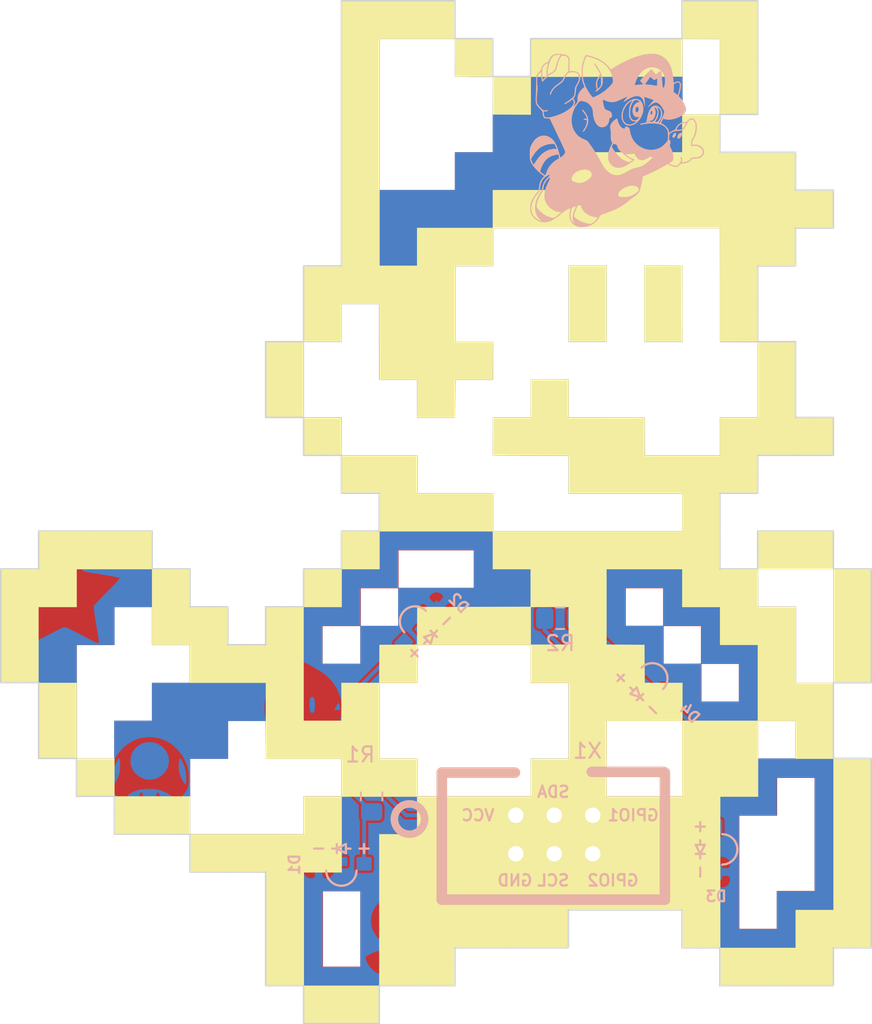
<source format=kicad_pcb>
(kicad_pcb (version 20171130) (host pcbnew 5.1.2-f72e74a~84~ubuntu16.04.1)
  (layers (0 F.Cu signal hide) (31 B.Cu signal hide) (34 B.Paste user) (35 F.Paste user hide) (36 B.SilkS user) (37 F.SilkS user hide) (38 B.Mask user hide) (39 F.Mask user hide) (44 Edge.Cuts user))
  (net 0 "")
  (net 1 "Net-(D1-Pad2)")
  (net 2 GND)
  (net 3 "Net-(D3-Pad2)")
  (net 4 VCC)
  (net 5 "Net-(X1-Pad5)")
  (net 6 "Net-(X1-Pad6)")
  (net 7 "Net-(X1-Pad3)")
  (net 8 "Net-(X1-Pad4)")
  (module Mario_SAO:B.Silk_g4152 (layer F.Cu) (at 101 100)
    (fp_text reference G*** hide)
    (fp_text value LOGO hide)
  )
  (module Mario_SAO:B.Cu_g4148 (layer F.Cu) (at 101 100)
    (fp_text reference G*** hide)
    (fp_text value LOGO hide)
    (fp_poly (pts (xy 16.266583 -16.245416) (xy 16.271962 -13.742458) (xy 16.27734 -11.2395) (xy 13.758333 -11.2395) (xy 13.758333 -16.256336) (xy 16.266583 -16.245416)) (layer B.Cu) (width 0.01))
    (fp_poly (pts (xy 11.260667 -11.2395) (xy 8.763 -11.2395) (xy 8.763 -16.256) (xy 11.260667 -16.256) (xy 11.260667 -11.2395)) (layer B.Cu) (width 0.01))
    (fp_poly (pts (xy -23.907399 4.498203) (xy -23.844759 4.537817) (xy -23.814009 4.575296) (xy -23.790092 4.622637) (xy -23.771859 4.685846) (xy -23.758159 4.770932) (xy -23.747841 4.883901) (xy -23.739754 5.030762) (xy -23.736855 5.101167) (xy -23.732204 5.306304) (xy -23.736104 5.472917) (xy -23.749347 5.604098) (xy -23.772725 5.702938) (xy -23.807028 5.772531) (xy -23.853049 5.815968) (xy -23.911578 5.83634) (xy -23.92543 5.837968) (xy -23.993078 5.83343) (xy -24.046065 5.800626) (xy -24.053124 5.793801) (xy -24.090219 5.738528) (xy -24.120384 5.661016) (xy -24.127505 5.632749) (xy -24.135853 5.570304) (xy -24.142313 5.475611) (xy -24.146856 5.35778) (xy -24.149451 5.225919) (xy -24.150071 5.089139) (xy -24.148685 4.956549) (xy -24.145265 4.837259) (xy -24.139781 4.740378) (xy -24.132204 4.675016) (xy -24.130603 4.66725) (xy -24.095842 4.581936) (xy -24.041772 4.522931) (xy -23.976316 4.493824) (xy -23.907399 4.498203)) (layer B.Cu) (width 0.01))
    (fp_poly (pts (xy -25.064536 4.497572) (xy -25.003362 4.539583) (xy -24.954738 4.616582) (xy -24.933467 4.684021) (xy -24.923577 4.753888) (xy -24.917145 4.853495) (xy -24.913955 4.974554) (xy -24.913795 5.108774) (xy -24.916451 5.247866) (xy -24.921709 5.38354) (xy -24.929356 5.507507) (xy -24.939177 5.611478) (xy -24.95096 5.687163) (xy -24.960134 5.718588) (xy -25.008934 5.790717) (xy -25.0734 5.833585) (xy -25.143968 5.844934) (xy -25.211071 5.822506) (xy -25.249741 5.786936) (xy -25.284495 5.726822) (xy -25.308912 5.657256) (xy -25.309486 5.654645) (xy -25.316283 5.597927) (xy -25.320815 5.508559) (xy -25.323211 5.395308) (xy -25.3236 5.266941) (xy -25.322111 5.132223) (xy -25.318872 4.999922) (xy -25.314014 4.878803) (xy -25.307664 4.777633) (xy -25.299951 4.705179) (xy -25.295161 4.680692) (xy -25.253573 4.582109) (xy -25.19662 4.518771) (xy -25.131282 4.490613) (xy -25.064536 4.497572)) (layer B.Cu) (width 0.01))
    (fp_poly (pts (xy -6.424815 12.614549) (xy -6.404214 12.660608) (xy -6.382699 12.727914) (xy -6.363134 12.806186) (xy -6.348382 12.885143) (xy -6.341306 12.954503) (xy -6.341122 12.960934) (xy -6.339417 13.04925) (xy -6.527221 13.055404) (xy -6.616453 13.057673) (xy -6.670796 13.056425) (xy -6.697636 13.050309) (xy -6.704361 13.03797) (xy -6.700586 13.023654) (xy -6.682757 12.986656) (xy -6.648301 12.922687) (xy -6.602438 12.841037) (xy -6.550386 12.750995) (xy -6.497363 12.661852) (xy -6.497253 12.661671) (xy -6.466539 12.620289) (xy -6.441639 12.600019) (xy -6.424815 12.614549)) (layer B.Cu) (width 0.01))
    (fp_poly (pts (xy -8.088129 12.229951) (xy -8.049181 12.284524) (xy -8.033952 12.335112) (xy -8.021248 12.418316) (xy -8.011415 12.524474) (xy -8.004797 12.643923) (xy -8.001738 12.767001) (xy -8.002583 12.884047) (xy -8.007675 12.985399) (xy -8.017359 13.061395) (xy -8.020944 13.076825) (xy -8.058429 13.170515) (xy -8.108757 13.228012) (xy -8.168888 13.247424) (xy -8.235785 13.226862) (xy -8.248671 13.218518) (xy -8.286923 13.175807) (xy -8.314985 13.117976) (xy -8.330333 13.041602) (xy -8.341343 12.934047) (xy -8.347555 12.806287) (xy -8.348513 12.669294) (xy -8.34376 12.534044) (xy -8.341014 12.493652) (xy -8.331879 12.395599) (xy -8.320763 12.329434) (xy -8.304946 12.284715) (xy -8.281706 12.251003) (xy -8.276192 12.244944) (xy -8.21182 12.199205) (xy -8.147352 12.194518) (xy -8.088129 12.229951)) (layer B.Cu) (width 0.01))
    (fp_poly (pts (xy -9.359736 12.215547) (xy -9.312095 12.267823) (xy -9.298653 12.298288) (xy -9.288871 12.349497) (xy -9.281332 12.433234) (xy -9.276124 12.539749) (xy -9.273331 12.65929) (xy -9.273042 12.782107) (xy -9.275342 12.898451) (xy -9.280316 12.998569) (xy -9.288053 13.072712) (xy -9.291627 13.091584) (xy -9.325382 13.176159) (xy -9.376617 13.228878) (xy -9.439387 13.246443) (xy -9.507744 13.225555) (xy -9.519468 13.217959) (xy -9.555926 13.176135) (xy -9.584774 13.115997) (xy -9.58756 13.106834) (xy -9.59691 13.049172) (xy -9.603399 12.9606) (xy -9.607097 12.851033) (xy -9.608073 12.730383) (xy -9.606397 12.608565) (xy -9.60214 12.495491) (xy -9.59537 12.401076) (xy -9.586158 12.335233) (xy -9.582014 12.319714) (xy -9.541013 12.248143) (xy -9.483858 12.206438) (xy -9.420211 12.195329) (xy -9.359736 12.215547)) (layer B.Cu) (width 0.01))
    (fp_poly (pts (xy -6.716179 14.072599) (xy -6.670395 14.086185) (xy -6.666963 14.089071) (xy -6.665697 14.118617) (xy -6.690964 14.171599) (xy -6.738746 14.242151) (xy -6.805023 14.324404) (xy -6.885778 14.412491) (xy -6.894712 14.421615) (xy -7.02995 14.54071) (xy -7.185721 14.642028) (xy -7.370063 14.730277) (xy -7.514167 14.784648) (xy -7.736417 14.861476) (xy -8.619723 14.869564) (xy -8.607033 15.028324) (xy -8.601912 15.104251) (xy -8.595978 15.211253) (xy -8.589791 15.338094) (xy -8.583912 15.473537) (xy -8.580645 15.5575) (xy -8.575983 15.692086) (xy -8.573711 15.791032) (xy -8.574248 15.860986) (xy -8.57801 15.908597) (xy -8.585415 15.940512) (xy -8.59688 15.96338) (xy -8.606981 15.976875) (xy -8.667801 16.019662) (xy -8.74205 16.037549) (xy -8.79778 16.043098) (xy -8.81791 16.039924) (xy -8.8086 16.026247) (xy -8.801616 16.020341) (xy -8.775968 15.979737) (xy -8.754181 15.907155) (xy -8.736357 15.809049) (xy -8.722596 15.691872) (xy -8.713001 15.562078) (xy -8.707671 15.42612) (xy -8.706707 15.290452) (xy -8.710211 15.161528) (xy -8.718284 15.045801) (xy -8.731026 14.949724) (xy -8.748539 14.879751) (xy -8.770924 14.842336) (xy -8.783115 14.837834) (xy -8.802796 14.853352) (xy -8.840746 14.894528) (xy -8.889649 14.953291) (xy -8.902753 14.969814) (xy -9.006417 15.101794) (xy -9.018479 15.011727) (xy -9.032631 14.938912) (xy -9.056887 14.899432) (xy -9.100741 14.886978) (xy -9.173686 14.895242) (xy -9.189362 14.898196) (xy -9.393815 14.929918) (xy -9.572735 14.938637) (xy -9.736946 14.923037) (xy -9.897271 14.881803) (xy -10.064532 14.81362) (xy -10.123707 14.784672) (xy -10.302759 14.689575) (xy -10.448625 14.601117) (xy -10.568614 14.513601) (xy -10.670034 14.421328) (xy -10.760196 14.318604) (xy -10.814002 14.246669) (xy -10.853782 14.181633) (xy -10.864152 14.140926) (xy -10.860024 14.132391) (xy -10.82833 14.124653) (xy -10.764219 14.125791) (xy -10.67638 14.134564) (xy -10.573504 14.149735) (xy -10.46428 14.170062) (xy -10.357398 14.194307) (xy -10.282489 14.214767) (xy -10.175793 14.243089) (xy -10.057462 14.269059) (xy -9.9582 14.28626) (xy -9.894075 14.296647) (xy -9.830028 14.310811) (xy -9.760258 14.330835) (xy -9.678967 14.358803) (xy -9.580352 14.396798) (xy -9.458613 14.446904) (xy -9.307949 14.511206) (xy -9.192026 14.561484) (xy -9.087068 14.605797) (xy -8.995183 14.641966) (xy -8.923543 14.667371) (xy -8.879317 14.679396) (xy -8.869234 14.679331) (xy -8.85111 14.649245) (xy -8.847667 14.624918) (xy -8.837631 14.58992) (xy -8.813788 14.587599) (xy -8.785533 14.615221) (xy -8.769343 14.647695) (xy -8.745237 14.711557) (xy -8.63241 14.667109) (xy -8.571234 14.640151) (xy -8.48393 14.597942) (xy -8.381324 14.545878) (xy -8.274245 14.489359) (xy -8.255 14.478949) (xy -8.11289 14.40281) (xy -7.997632 14.344209) (xy -7.899602 14.299198) (xy -7.809176 14.263831) (xy -7.716728 14.234161) (xy -7.612636 14.206241) (xy -7.5565 14.192491) (xy -7.373807 14.151403) (xy -7.201584 14.117992) (xy -7.044771 14.092831) (xy -6.908306 14.076496) (xy -6.797129 14.069561) (xy -6.716179 14.072599)) (layer B.Cu) (width 0.01))
    (fp_poly (pts (xy -18.71581 15.186922) (xy -18.605236 15.206094) (xy -18.386984 15.281921) (xy -18.190332 15.391994) (xy -18.018432 15.532635) (xy -17.874432 15.700163) (xy -17.761482 15.8909) (xy -17.682731 16.101166) (xy -17.64133 16.327283) (xy -17.640845 16.33261) (xy -17.643482 16.53385) (xy -17.684652 16.732762) (xy -17.760648 16.924248) (xy -17.86776 17.103211) (xy -18.002279 17.264553) (xy -18.160497 17.403179) (xy -18.338705 17.51399) (xy -18.533193 17.591891) (xy -18.563327 17.600365) (xy -18.729138 17.632053) (xy -18.905073 17.64431) (xy -19.075036 17.636857) (xy -19.214772 17.611685) (xy -19.437907 17.530622) (xy -19.638226 17.416064) (xy -19.812624 17.270998) (xy -19.957997 17.098412) (xy -20.07124 16.901294) (xy -20.138044 16.723117) (xy -20.158705 16.617807) (xy -20.169264 16.487373) (xy -20.16966 16.347815) (xy -20.159832 16.215135) (xy -20.140391 16.107834) (xy -20.062359 15.894221) (xy -19.948863 15.700948) (xy -19.803359 15.531698) (xy -19.629301 15.390154) (xy -19.430145 15.279998) (xy -19.325167 15.238844) (xy -19.191099 15.205067) (xy -19.034071 15.184664) (xy -18.870253 15.178371) (xy -18.71581 15.186922)) (layer B.Cu) (width 0.01))
    (fp_poly (pts (xy -16.86436 16.264317) (xy -16.828571 16.31661) (xy -16.785293 16.395689) (xy -16.737709 16.494945) (xy -16.689001 16.607771) (xy -16.642352 16.727557) (xy -16.604036 16.838084) (xy -16.562066 16.980687) (xy -16.533238 17.114125) (xy -16.513441 17.259303) (xy -16.506261 17.3355) (xy -16.498485 17.462902) (xy -16.496137 17.588872) (xy -16.498781 17.7061) (xy -16.50598 17.807272) (xy -16.517298 17.885077) (xy -16.532299 17.932203) (xy -16.542501 17.942593) (xy -16.565845 17.930885) (xy -16.604102 17.893136) (xy -16.640076 17.849042) (xy -16.773204 17.638154) (xy -16.876494 17.403581) (xy -16.947728 17.153719) (xy -16.984687 16.896966) (xy -16.985155 16.641719) (xy -16.978161 16.56929) (xy -16.960984 16.439115) (xy -16.944708 16.34643) (xy -16.928021 16.286447) (xy -16.909613 16.254381) (xy -16.889477 16.245417) (xy -16.86436 16.264317)) (layer B.Cu) (width 0.01))
    (fp_poly (pts (xy -20.919324 16.252403) (xy -20.898426 16.311084) (xy -20.881961 16.398421) (xy -20.870162 16.507668) (xy -20.863265 16.632078) (xy -20.861506 16.764907) (xy -20.86512 16.899408) (xy -20.874342 17.028835) (xy -20.889409 17.146443) (xy -20.909127 17.24025) (xy -20.946984 17.358079) (xy -20.999008 17.488445) (xy -21.059517 17.619432) (xy -21.122829 17.739125) (xy -21.183261 17.835607) (xy -21.209397 17.869959) (xy -21.25855 17.924344) (xy -21.290732 17.945729) (xy -21.312294 17.936443) (xy -21.324724 17.912292) (xy -21.331799 17.876402) (xy -21.339434 17.808995) (xy -21.346551 17.720857) (xy -21.350626 17.653) (xy -21.350217 17.446121) (xy -21.327022 17.228836) (xy -21.279826 16.991934) (xy -21.246043 16.860298) (xy -21.221722 16.78498) (xy -21.186601 16.693695) (xy -21.144269 16.593951) (xy -21.098314 16.493256) (xy -21.052324 16.399119) (xy -21.009886 16.319048) (xy -20.97459 16.260552) (xy -20.950023 16.231139) (xy -20.944417 16.229124) (xy -20.919324 16.252403)) (layer B.Cu) (width 0.01))
    (fp_poly (pts (xy -18.721996 18.270997) (xy -18.585827 18.279252) (xy -18.518455 18.287071) (xy -18.303333 18.33029) (xy -18.088735 18.395148) (xy -17.885873 18.477289) (xy -17.705957 18.572357) (xy -17.600083 18.64395) (xy -17.49425 18.724368) (xy -17.496305 18.934809) (xy -17.513575 19.141734) (xy -17.561376 19.319549) (xy -17.640189 19.46896) (xy -17.750493 19.590675) (xy -17.892768 19.6854) (xy -18.04881 19.748242) (xy -18.243601 19.797064) (xy -18.467239 19.833844) (xy -18.707701 19.857569) (xy -18.952965 19.867226) (xy -19.191005 19.861801) (xy -19.298568 19.853599) (xy -19.473343 19.83085) (xy -19.645755 19.797505) (xy -19.803757 19.756405) (xy -19.935299 19.710395) (xy -19.96943 19.695291) (xy -20.105773 19.607963) (xy -20.219383 19.487913) (xy -20.307928 19.339513) (xy -20.369081 19.167131) (xy -20.400512 18.975138) (xy -20.40163 18.947236) (xy -19.58975 18.947236) (xy -19.589226 19.069972) (xy -19.587085 19.157738) (xy -19.582476 19.217892) (xy -19.574546 19.257789) (xy -19.562444 19.284787) (xy -19.548585 19.30271) (xy -19.496689 19.33879) (xy -19.446051 19.333288) (xy -19.399182 19.286937) (xy -19.380284 19.253553) (xy -19.36194 19.207179) (xy -19.349678 19.150962) (xy -19.342315 19.075449) (xy -19.338671 18.971188) (xy -19.33795 18.914886) (xy -19.33833 18.897011) (xy -18.4785 18.897011) (xy -18.476476 19.050265) (xy -18.469759 19.166254) (xy -18.457386 19.249884) (xy -18.438392 19.306059) (xy -18.411812 19.339684) (xy -18.388987 19.352144) (xy -18.340796 19.349163) (xy -18.291328 19.3151) (xy -18.263347 19.277057) (xy -18.251492 19.231687) (xy -18.242911 19.146742) (xy -18.237804 19.024867) (xy -18.236404 18.919315) (xy -18.236365 18.796674) (xy -18.238059 18.708636) (xy -18.242385 18.64748) (xy -18.250243 18.605483) (xy -18.262532 18.574923) (xy -18.27954 18.548898) (xy -18.333618 18.496944) (xy -18.386738 18.484113) (xy -18.434168 18.511108) (xy -18.444706 18.524339) (xy -18.458237 18.551421) (xy -18.467764 18.592245) (xy -18.473902 18.653583) (xy -18.477264 18.742204) (xy -18.478465 18.864879) (xy -18.4785 18.897011) (xy -19.33833 18.897011) (xy -19.341444 18.750827) (xy -19.355427 18.626714) (xy -19.380407 18.541353) (xy -19.416892 18.493549) (xy -19.465387 18.48211) (xy -19.514617 18.499105) (xy -19.541319 18.519321) (xy -19.561032 18.551213) (xy -19.574743 18.600656) (xy -19.583436 18.673524) (xy -19.588096 18.77569) (xy -19.589707 18.913029) (xy -19.58975 18.947236) (xy -20.40163 18.947236) (xy -20.404354 18.879335) (xy -20.402603 18.801157) (xy -20.394121 18.751268) (xy -20.37472 18.715701) (xy -20.346458 18.686245) (xy -20.208206 18.577297) (xy -20.041595 18.482722) (xy -19.842239 18.400402) (xy -19.605752 18.328223) (xy -19.602631 18.327399) (xy -19.500472 18.307329) (xy -19.366551 18.29101) (xy -19.211305 18.278829) (xy -19.045172 18.271174) (xy -18.87859 18.268434) (xy -18.721996 18.270997)) (layer B.Cu) (width 0.01))
    (fp_poly (pts (xy -1.634727 25.479149) (xy -1.490334 25.486281) (xy -1.365017 25.500613) (xy -1.247218 25.523986) (xy -1.125383 25.558241) (xy -0.987954 25.605219) (xy -0.972913 25.610686) (xy -0.739931 25.71388) (xy -0.531867 25.842886) (xy -0.351647 25.994501) (xy -0.202199 26.165517) (xy -0.086449 26.352729) (xy -0.007323 26.552933) (xy 0.025455 26.704209) (xy 0.034403 26.910691) (xy 0.0032 27.113565) (xy -0.065975 27.309454) (xy -0.170941 27.49498) (xy -0.309517 27.666763) (xy -0.479523 27.821425) (xy -0.678779 27.955588) (xy -0.833503 28.035045) (xy -1.072675 28.124335) (xy -1.3354 28.187477) (xy -1.610802 28.222956) (xy -1.888003 28.229253) (xy -2.103794 28.212255) (xy -2.374702 28.161895) (xy -2.627337 28.083949) (xy -2.858528 27.980697) (xy -3.065104 27.854421) (xy -3.243897 27.707399) (xy -3.391734 27.541913) (xy -3.505447 27.360242) (xy -3.581865 27.164667) (xy -3.58709 27.145371) (xy -3.610049 27.012135) (xy -3.618188 26.858448) (xy -3.615481 26.795509) (xy -2.465917 26.795509) (xy -2.464436 26.943503) (xy -2.458915 27.053523) (xy -2.447736 27.129863) (xy -2.429282 27.176811) (xy -2.401934 27.19866) (xy -2.364075 27.199701) (xy -2.318698 27.186018) (xy -2.283564 27.163895) (xy -2.257642 27.124749) (xy -2.239763 27.063218) (xy -2.228755 26.973938) (xy -2.223449 26.851547) (xy -2.2225 26.745135) (xy -2.222979 26.62343) (xy -2.225007 26.536726) (xy -2.229469 26.477694) (xy -2.232835 26.460959) (xy -1.380383 26.460959) (xy -1.372723 26.775027) (xy -1.36909 26.899529) (xy -1.36458 26.988943) (xy -1.358213 27.050517) (xy -1.349006 27.091497) (xy -1.335975 27.11913) (xy -1.323991 27.13448) (xy -1.271784 27.170074) (xy -1.220228 27.164518) (xy -1.173484 27.118849) (xy -1.158908 27.093334) (xy -1.141146 27.04666) (xy -1.129783 26.985852) (xy -1.123723 26.901643) (xy -1.121869 26.78477) (xy -1.121866 26.780445) (xy -1.125816 26.634706) (xy -1.138578 26.525555) (xy -1.161454 26.447919) (xy -1.195747 26.396724) (xy -1.226017 26.37455) (xy -1.261249 26.363512) (xy -1.294708 26.378058) (xy -1.325333 26.405909) (xy -1.380383 26.460959) (xy -2.232835 26.460959) (xy -2.23725 26.439009) (xy -2.249237 26.413342) (xy -2.264833 26.394834) (xy -2.312753 26.359311) (xy -2.356468 26.36027) (xy -2.406346 26.398562) (xy -2.414602 26.407154) (xy -2.433941 26.429438) (xy -2.447689 26.453271) (xy -2.456799 26.48586) (xy -2.462224 26.534414) (xy -2.464916 26.606141) (xy -2.465828 26.70825) (xy -2.465917 26.795509) (xy -3.615481 26.795509) (xy -3.611522 26.703505) (xy -3.590064 26.566505) (xy -3.586665 26.552833) (xy -3.514473 26.358185) (xy -3.403992 26.175812) (xy -3.258109 26.008153) (xy -3.07971 25.857648) (xy -2.871681 25.726735) (xy -2.63691 25.617853) (xy -2.38125 25.53423) (xy -2.29657 25.512816) (xy -2.222311 25.497558) (xy -2.148082 25.48742) (xy -2.063492 25.48137) (xy -1.958149 25.478374) (xy -1.821661 25.477397) (xy -1.80975 25.477376) (xy -1.634727 25.479149)) (layer B.Cu) (width 0.01))
    (fp_poly (pts (xy 1.27 -31.242) (xy 3.767667 -31.242) (xy 3.767667 -28.744333) (xy 6.244167 -28.744333) (xy 6.244167 -31.220833) (xy 16.277167 -31.220833) (xy 16.277167 -26.246666) (xy 18.753667 -26.246666) (xy 18.753667 -31.220833) (xy 16.277167 -31.220833) (xy 6.244167 -31.220833) (xy 6.244167 -31.242) (xy 16.256 -31.242) (xy 16.256 -33.739666) (xy 21.2725 -33.739666) (xy 21.2725 -26.2255) (xy 18.774833 -26.2255) (xy 18.774833 -23.749) (xy 23.770167 -23.749) (xy 23.770167 -21.251333) (xy 26.267833 -21.251333) (xy 26.267833 -18.7325) (xy 23.770167 -18.7325) (xy 23.770167 -16.234833) (xy 21.2725 -16.234833) (xy 21.2725 -11.2395) (xy 23.770167 -11.2395) (xy 23.770167 -6.244166) (xy 26.267833 -6.244166) (xy 26.267833 -3.725333) (xy 21.2725 -3.725333) (xy 21.2725 -1.227666) (xy 18.774833 -1.227666) (xy 18.774833 3.7465) (xy 21.251333 3.7465) (xy 21.251333 1.248834) (xy 26.267833 1.248834) (xy 26.267833 3.7465) (xy 28.7655 3.7465) (xy 28.7655 11.260667) (xy 26.267833 11.260667) (xy 26.267833 16.256) (xy 28.7655 16.256) (xy 28.7655 28.7655) (xy 26.267833 28.7655) (xy 26.267833 31.263167) (xy 18.753667 31.263167) (xy 18.753667 28.7655) (xy 16.256 28.7655) (xy 16.256 26.267834) (xy 8.763 26.267834) (xy 8.763 28.7655) (xy 1.27 28.7655) (xy 1.27 31.263167) (xy -3.725333 31.263167) (xy -3.725333 33.760834) (xy -8.741833 33.760834) (xy -8.741833 31.263167) (xy -11.260667 31.263167) (xy -11.260667 23.770167) (xy -16.256 23.770167) (xy -16.256 21.2725) (xy -21.251333 21.2725) (xy -21.251333 18.774834) (xy -23.749 18.774834) (xy -23.749 17.566284) (xy -21.543321 17.566284) (xy -21.527965 17.817392) (xy -21.486608 18.054318) (xy -21.420058 18.270004) (xy -21.332207 18.452234) (xy -21.257659 18.558067) (xy -21.158312 18.671729) (xy -21.045686 18.781909) (xy -20.931303 18.877299) (xy -20.831063 18.944167) (xy -20.729084 19.00165) (xy -20.656823 19.045871) (xy -20.607186 19.084466) (xy -20.573074 19.125072) (xy -20.547392 19.175325) (xy -20.523043 19.24286) (xy -20.506637 19.293261) (xy -20.473113 19.38911) (xy -20.436947 19.480314) (xy -20.404288 19.551716) (xy -20.394256 19.570198) (xy -20.295302 19.698821) (xy -20.160096 19.808403) (xy -19.98806 19.899269) (xy -19.778618 19.971743) (xy -19.608105 20.011972) (xy -19.530339 20.022478) (xy -19.418744 20.030881) (xy -19.281775 20.037109) (xy -19.127891 20.041085) (xy -18.965545 20.042737) (xy -18.803195 20.041989) (xy -18.649295 20.038768) (xy -18.512303 20.032999) (xy -18.400675 20.024608) (xy -18.38325 20.022736) (xy -18.145067 19.983693) (xy -17.942929 19.92475) (xy -17.77517 19.845237) (xy -17.640123 19.744486) (xy -17.60692 19.711286) (xy -17.524565 19.612899) (xy -17.462393 19.5113) (xy -17.412783 19.392182) (xy -17.379937 19.285289) (xy -17.358028 19.209353) (xy -17.339077 19.149197) (xy -17.326871 19.11678) (xy -17.326162 19.115516) (xy -17.302864 19.098291) (xy -17.250232 19.068149) (xy -17.177285 19.030092) (xy -17.129379 19.006437) (xy -17.039597 18.960016) (xy -16.963868 18.912408) (xy -16.890561 18.854894) (xy -16.808046 18.778755) (xy -16.753007 18.724254) (xy -16.593022 18.543284) (xy -16.471289 18.358824) (xy -16.383839 18.164286) (xy -16.350121 18.055167) (xy -16.332799 17.960843) (xy -16.320695 17.834929) (xy -16.313813 17.687846) (xy -16.312154 17.530014) (xy -16.315721 17.371856) (xy -16.324518 17.223791) (xy -16.338546 17.09624) (xy -16.349859 17.032092) (xy -16.435751 16.723845) (xy -16.559263 16.417753) (xy -16.634216 16.277167) (xy -16.234833 16.277167) (xy -16.234833 21.251334) (xy -10.371667 21.251334) (xy -10.371667 24.976667) (xy -7.577667 24.976667) (xy -7.577667 30.183667) (xy -4.826 30.183667) (xy -4.826 29.366512) (xy -4.667898 29.366512) (xy -4.657379 29.42922) (xy -4.632548 29.513572) (xy -4.595924 29.611564) (xy -4.550026 29.715193) (xy -4.526577 29.76239) (xy -4.39498 29.972245) (xy -4.230329 30.158961) (xy -4.037309 30.318575) (xy -3.820608 30.447121) (xy -3.6195 30.529594) (xy -3.417984 30.588707) (xy -3.186469 30.643399) (xy -2.937235 30.691411) (xy -2.68256 30.730482) (xy -2.434724 30.758351) (xy -2.333625 30.766307) (xy -2.116667 30.7809) (xy -2.116667 30.945667) (xy -1.481667 30.945667) (xy -1.481667 30.861) (xy -1.478976 30.806599) (xy -1.465383 30.78237) (xy -1.432602 30.776233) (xy -1.423458 30.776115) (xy -1.267108 30.769461) (xy -1.080952 30.751707) (xy -0.875519 30.72461) (xy -0.661336 30.689928) (xy -0.448931 30.64942) (xy -0.248832 30.604844) (xy -0.071566 30.557958) (xy -0.016187 30.541112) (xy 0.223552 30.44537) (xy 0.440935 30.318667) (xy 0.632026 30.164219) (xy 0.792885 29.985244) (xy 0.919572 29.78496) (xy 0.926749 29.770844) (xy 0.970602 29.676284) (xy 1.009734 29.579146) (xy 1.041378 29.487992) (xy 1.062765 29.411381) (xy 1.071127 29.357873) (xy 1.066829 29.337685) (xy 1.028305 29.309834) (xy 0.959573 29.268938) (xy 0.86905 29.219271) (xy 0.765158 29.165108) (xy 0.656316 29.110722) (xy 0.550944 29.060388) (xy 0.45746 29.018379) (xy 0.384285 28.988968) (xy 0.370417 28.984173) (xy 0.283324 28.95791) (xy 0.204708 28.941151) (xy 0.11979 28.931868) (xy 0.01379 28.928036) (xy -0.042333 28.927557) (xy -0.25935 28.937424) (xy -0.446153 28.970334) (xy -0.609522 29.028751) (xy -0.756237 29.115135) (xy -0.893078 29.23195) (xy -0.900341 29.239195) (xy -1.025966 29.381418) (xy -1.147761 29.548616) (xy -1.257958 29.728196) (xy -1.34879 29.907567) (xy -1.409544 30.064639) (xy -1.431867 30.128122) (xy -1.451475 30.171303) (xy -1.461966 30.183667) (xy -1.466277 30.163575) (xy -1.47105 30.107585) (xy -1.476085 30.022129) (xy -1.481181 29.913636) (xy -1.486137 29.788539) (xy -1.490754 29.653268) (xy -1.494831 29.514253) (xy -1.498168 29.377925) (xy -1.500564 29.250715) (xy -1.501819 29.139054) (xy -1.501733 29.049373) (xy -1.500105 28.988101) (xy -1.499505 28.978881) (xy -1.49225 28.885346) (xy -1.259417 28.846415) (xy -0.933097 28.775092) (xy -0.629685 28.674848) (xy -0.351387 28.54721) (xy -0.10041 28.393703) (xy 0.12104 28.215856) (xy 0.310756 28.015193) (xy 0.46653 27.793242) (xy 0.575693 27.577001) (xy 0.654276 27.336378) (xy 0.693395 27.08656) (xy 0.6932 26.833286) (xy 0.65384 26.582291) (xy 0.575466 26.339312) (xy 0.541457 26.262688) (xy 0.408745 26.032032) (xy 0.241719 25.82187) (xy 0.043755 25.633418) (xy -0.181771 25.467892) (xy -0.431482 25.32651) (xy -0.702003 25.210487) (xy -0.989958 25.121041) (xy -1.291971 25.059387) (xy -1.604666 25.026742) (xy -1.924668 25.024324) (xy -2.248599 25.053347) (xy -2.573084 25.115029) (xy -2.614668 25.125391) (xy -2.937367 25.226985) (xy -3.230792 25.358956) (xy -3.494793 25.521227) (xy -3.729219 25.713715) (xy -3.740774 25.724719) (xy -3.929923 25.932178) (xy -4.080725 26.154164) (xy -4.192379 26.388901) (xy -4.264085 26.634616) (xy -4.295041 26.889533) (xy -4.296318 26.95575) (xy -4.2815 27.187239) (xy -4.235569 27.402322) (xy -4.17126 27.58019) (xy -4.046696 27.819541) (xy -3.886214 28.039115) (xy -3.692124 28.23732) (xy -3.466739 28.412562) (xy -3.212368 28.563247) (xy -2.931325 28.687782) (xy -2.625918 28.784575) (xy -2.334937 28.846187) (xy -2.119291 28.881917) (xy -2.107693 29.030084) (xy -2.104618 29.096872) (xy -2.103403 29.188993) (xy -2.103835 29.300304) (xy -2.105701 29.424662) (xy -2.108787 29.555925) (xy -2.112878 29.687951) (xy -2.117763 29.814595) (xy -2.123227 29.929716) (xy -2.129057 30.027171) (xy -2.135039 30.100817) (xy -2.14096 30.144512) (xy -2.146605 30.152112) (xy -2.146688 30.151917) (xy -2.239419 29.937168) (xy -2.326978 29.756354) (xy -2.41373 29.602167) (xy -2.504041 29.467297) (xy -2.602276 29.344435) (xy -2.678817 29.260908) (xy -2.782047 29.161903) (xy -2.876773 29.090391) (xy -2.966333 29.041108) (xy -3.175315 28.965877) (xy -3.399435 28.926436) (xy -3.630547 28.923225) (xy -3.860503 28.956682) (xy -3.97169 28.987039) (xy -4.038384 29.012014) (xy -4.127298 29.050499) (xy -4.230013 29.098265) (xy -4.338107 29.151085) (xy -4.44316 29.204731) (xy -4.536751 29.254974) (xy -4.610462 29.297587) (xy -4.65587 29.328341) (xy -4.661586 29.333453) (xy -4.667898 29.366512) (xy -4.826 29.366512) (xy -4.826 24.976667) (xy 1.227667 24.976667) (xy 1.227667 28.659667) (xy 8.677995 28.659667) (xy 8.683456 27.416125) (xy 8.688917 26.172584) (xy 12.488333 26.167148) (xy 12.959965 26.166492) (xy 13.391088 26.16594) (xy 13.783525 26.165507) (xy 14.1391 26.165209) (xy 14.459638 26.165059) (xy 14.746961 26.165072) (xy 15.002894 26.165263) (xy 15.229261 26.165646) (xy 15.427885 26.166236) (xy 15.60059 26.167047) (xy 15.7492 26.168094) (xy 15.875539 26.169391) (xy 15.981431 26.170953) (xy 16.068699 26.172795) (xy 16.139168 26.174931) (xy 16.194661 26.177375) (xy 16.237002 26.180142) (xy 16.268014 26.183247) (xy 16.289523 26.186704) (xy 16.30335 26.190527) (xy 16.311322 26.194732) (xy 16.314208 26.197652) (xy 16.320124 26.215061) (xy 16.325161 26.251756) (xy 16.329377 26.310409) (xy 16.332828 26.393694) (xy 16.33557 26.504285) (xy 16.337661 26.644853) (xy 16.339157 26.818072) (xy 16.340114 27.026616) (xy 16.340589 27.273158) (xy 16.340667 27.446629) (xy 16.340667 28.659667) (xy 17.5641 28.659667) (xy 17.839541 28.659889) (xy 18.075071 28.660587) (xy 18.273109 28.661812) (xy 18.436076 28.663611) (xy 18.566391 28.666035) (xy 18.666474 28.669133) (xy 18.738746 28.672953) (xy 18.785626 28.677545) (xy 18.809534 28.682958) (xy 18.812933 28.685067) (xy 18.818647 28.70147) (xy 18.823522 28.739994) (xy 18.827609 28.803059) (xy 18.830955 28.893085) (xy 18.83361 29.012491) (xy 18.835623 29.163698) (xy 18.837044 29.349125) (xy 18.837922 29.571192) (xy 18.838306 29.832319) (xy 18.838333 29.9339) (xy 18.838333 31.157334) (xy 19.505083 31.157334) (xy 19.668495 31.157172) (xy 19.817675 31.156714) (xy 19.947529 31.156) (xy 20.052963 31.15507) (xy 20.128883 31.153964) (xy 20.170193 31.152723) (xy 20.176302 31.152042) (xy 20.177143 31.130563) (xy 20.178218 31.069954) (xy 20.179496 30.973416) (xy 20.180947 30.84415) (xy 20.18254 30.685358) (xy 20.184246 30.500242) (xy 20.186033 30.292003) (xy 20.187872 30.063844) (xy 20.189733 29.818965) (xy 20.191585 29.560569) (xy 20.192177 29.474584) (xy 20.203583 27.802417) (xy 21.489458 27.796961) (xy 22.775333 27.791506) (xy 22.775333 25.188334) (xy 25.188333 25.188334) (xy 25.188333 13.335) (xy 20.32 13.335) (xy 20.320483 13.012209) (xy 20.321019 12.935421) (xy 20.322404 12.820777) (xy 20.324561 12.672742) (xy 20.327413 12.495782) (xy 20.330881 12.294364) (xy 20.334888 12.072955) (xy 20.339355 11.83602) (xy 20.344205 11.588025) (xy 20.34936 11.333437) (xy 20.35175 11.218334) (xy 20.356912 10.97116) (xy 20.361816 10.735365) (xy 20.366389 10.514528) (xy 20.370558 10.31223) (xy 20.37425 10.132049) (xy 20.377391 9.977566) (xy 20.379909 9.85236) (xy 20.38173 9.760011) (xy 20.382781 9.704098) (xy 20.383016 9.689042) (xy 20.3835 9.630834) (xy 17.674167 9.630834) (xy 17.674167 7.217834) (xy 15.282333 7.217834) (xy 15.282333 4.720167) (xy 12.424833 4.720167) (xy 12.424833 5.630334) (xy 3.788833 5.630334) (xy 3.788833 3.767667) (xy 21.2725 3.767667) (xy 21.2725 6.244167) (xy 23.770167 6.244167) (xy 23.770167 11.260667) (xy 26.246667 11.260667) (xy 26.246667 3.767667) (xy 21.2725 3.767667) (xy 3.788833 3.767667) (xy 3.788833 1.3335) (xy -6.152526 1.3335) (xy -6.166583 3.159125) (xy -6.168848 3.467946) (xy -6.171001 3.789721) (xy -6.173012 4.118327) (xy -6.174852 4.447643) (xy -6.176491 4.771547) (xy -6.1779 5.083917) (xy -6.17905 5.378631) (xy -6.179912 5.649567) (xy -6.180456 5.890604) (xy -6.180653 6.095619) (xy -6.180653 6.101292) (xy -6.180667 7.217834) (xy -7.768167 7.217834) (xy -7.768167 10.287) (xy -6.180667 10.287) (xy -6.180667 16.277167) (xy -11.2395 16.277167) (xy -11.2395 13.7795) (xy -13.737167 13.7795) (xy -13.737167 16.277167) (xy -16.234833 16.277167) (xy -16.634216 16.277167) (xy -16.716306 16.123198) (xy -16.808939 15.979053) (xy -16.882058 15.882341) (xy -16.97799 15.770317) (xy -17.088737 15.651022) (xy -17.206301 15.532499) (xy -17.322687 15.42279) (xy -17.429896 15.329937) (xy -17.519932 15.261981) (xy -17.526 15.257962) (xy -17.810392 15.09628) (xy -18.108266 14.973224) (xy -18.416074 14.889264) (xy -18.730267 14.844874) (xy -19.047296 14.840526) (xy -19.363611 14.876691) (xy -19.675664 14.953843) (xy -19.714972 14.966653) (xy -20.007295 15.086539) (xy -20.282334 15.243073) (xy -20.537477 15.433196) (xy -20.770112 15.653847) (xy -20.977628 15.901966) (xy -21.157412 16.174492) (xy -21.306852 16.468365) (xy -21.423337 16.780524) (xy -21.492796 17.04975) (xy -21.531867 17.30805) (xy -21.543321 17.566284) (xy -23.749 17.566284) (xy -23.749 16.277167) (xy -26.246667 16.277167) (xy -26.246667 11.260667) (xy -28.744333 11.260667) (xy -28.744333 8.763) (xy -23.727833 8.763) (xy -23.727833 16.256) (xy -21.251333 16.256) (xy -21.251333 13.758334) (xy -18.753667 13.758334) (xy -18.753667 12.911667) (xy -11.326364 12.911667) (xy -11.325446 13.067513) (xy -11.320924 13.193191) (xy -11.311864 13.300783) (xy -11.297334 13.402368) (xy -11.282359 13.481527) (xy -11.204015 13.775311) (xy -11.095325 14.041495) (xy -10.957181 14.278998) (xy -10.790472 14.486738) (xy -10.596089 14.663632) (xy -10.374923 14.808598) (xy -10.127864 14.920554) (xy -10.085917 14.935357) (xy -10.011449 14.958938) (xy -9.942469 14.975752) (xy -9.868184 14.987286) (xy -9.777802 14.995027) (xy -9.66053 15.000463) (xy -9.599003 15.002467) (xy -9.472312 15.004639) (xy -9.35935 15.003466) (xy -9.269061 14.999219) (xy -9.210389 14.992168) (xy -9.203555 14.990534) (xy -9.15183 14.978431) (xy -9.121046 14.975334) (xy -9.118427 14.976295) (xy -9.116891 14.999026) (xy -9.118244 15.055182) (xy -9.122161 15.135976) (xy -9.127456 15.220248) (xy -9.142846 15.375695) (xy -9.167404 15.507315) (xy -9.204472 15.633121) (xy -9.233188 15.717939) (xy -9.249067 15.77433) (xy -9.253103 15.813877) (xy -9.246288 15.848163) (xy -9.229618 15.888771) (xy -9.22692 15.894803) (xy -9.162706 15.988655) (xy -9.06879 16.058014) (xy -8.95271 16.098519) (xy -8.859398 16.107369) (xy -8.751594 16.098047) (xy -8.658869 16.073588) (xy -8.646583 16.06839) (xy -8.593696 16.042799) (xy -8.55565 16.016888) (xy -8.530043 15.983558) (xy -8.514474 15.935711) (xy -8.506543 15.866247) (xy -8.503847 15.768068) (xy -8.503925 15.646638) (xy -8.506224 15.51754) (xy -8.511465 15.386109) (xy -8.518909 15.266438) (xy -8.527817 15.172618) (xy -8.529417 15.160307) (xy -8.539191 15.077749) (xy -8.544157 15.011304) (xy -8.543587 14.972052) (xy -8.542111 14.967036) (xy -8.517347 14.962041) (xy -8.463044 14.966325) (xy -8.390746 14.978945) (xy -8.3876 14.979619) (xy -8.286565 14.995363) (xy -8.162736 15.002974) (xy -8.007792 15.002879) (xy -7.958667 15.00156) (xy -7.833499 14.996551) (xy -7.737718 14.989222) (xy -7.658376 14.977536) (xy -7.582528 14.959459) (xy -7.497226 14.932955) (xy -7.475178 14.925545) (xy -7.323073 14.869147) (xy -7.196178 14.809433) (xy -7.077754 14.737412) (xy -6.951059 14.644094) (xy -6.950994 14.644044) (xy -6.791286 14.496039) (xy -6.643296 14.314784) (xy -6.511989 14.108822) (xy -6.402331 13.886694) (xy -6.319288 13.656943) (xy -6.277659 13.485817) (xy -6.241045 13.220107) (xy -6.228163 12.943808) (xy -6.238614 12.668917) (xy -6.271998 12.407432) (xy -6.320545 12.196158) (xy -6.434001 11.878267) (xy -6.585465 11.573683) (xy -6.771471 11.287285) (xy -6.988552 11.023955) (xy -7.233243 10.788574) (xy -7.428111 10.63663) (xy -7.557495 10.548768) (xy -7.714747 10.448175) (xy -7.889773 10.340855) (xy -8.072478 10.232811) (xy -8.252767 10.130047) (xy -8.420545 10.038565) (xy -8.522772 9.985646) (xy -8.786206 9.853084) (xy -9.044478 9.987666) (xy -9.166758 10.052865) (xy -9.298599 10.125695) (xy -9.433041 10.202061) (xy -9.563125 10.277866) (xy -9.681889 10.349016) (xy -9.782375 10.411415) (xy -9.857621 10.460967) (xy -9.892873 10.486885) (xy -9.953829 10.536389) (xy -9.772165 10.621519) (xy -9.610819 10.711517) (xy -9.487334 10.813721) (xy -9.398158 10.931548) (xy -9.354997 11.023156) (xy -9.332996 11.089311) (xy -9.320309 11.152635) (xy -9.315386 11.226978) (xy -9.316678 11.32619) (xy -9.317767 11.355917) (xy -9.323677 11.462456) (xy -9.333433 11.540601) (xy -9.349924 11.604279) (xy -9.37604 11.667418) (xy -9.387082 11.690149) (xy -9.479527 11.83055) (xy -9.601092 11.945578) (xy -9.745376 12.032896) (xy -9.90598 12.090163) (xy -10.076506 12.115043) (xy -10.250553 12.105195) (xy -10.408427 12.0634) (xy -10.535821 11.993788) (xy -10.649089 11.888078) (xy -10.7437 11.751406) (xy -10.80727 11.611418) (xy -10.833584 11.545507) (xy -10.856765 11.499154) (xy -10.870976 11.482917) (xy -10.89602 11.500731) (xy -10.934599 11.548973) (xy -10.982059 11.619845) (xy -11.033748 11.705548) (xy -11.085014 11.798281) (xy -11.131204 11.890247) (xy -11.167665 11.973647) (xy -11.174553 11.991799) (xy -11.232991 12.165608) (xy -11.275248 12.327372) (xy -11.303438 12.48991) (xy -11.319678 12.66604) (xy -11.326083 12.868581) (xy -11.326364 12.911667) (xy -18.753667 12.911667) (xy -18.753667 11.260667) (xy -16.256 11.260667) (xy -16.256 8.763) (xy -18.753667 8.763) (xy -18.753667 6.265334) (xy -21.230167 6.265334) (xy -21.230167 8.763) (xy -23.727833 8.763) (xy -28.744333 8.763) (xy -28.744333 4.376024) (xy -28.152378 4.376024) (xy -28.143891 4.404462) (xy -28.1226 4.4419) (xy -28.08645 4.490871) (xy -28.033387 4.55391) (xy -27.961355 4.633551) (xy -27.868299 4.732328) (xy -27.752165 4.852775) (xy -27.610898 4.997426) (xy -27.442442 5.168814) (xy -27.387291 5.224813) (xy -27.237458 5.377196) (xy -27.095304 5.522315) (xy -26.963871 5.657027) (xy -26.846203 5.778186) (xy -26.745342 5.882649) (xy -26.664331 5.967273) (xy -26.606211 6.028913) (xy -26.574027 6.064426) (xy -26.570265 6.069015) (xy -26.545436 6.101862) (xy -26.525409 6.132651) (xy -26.510254 6.16558) (xy -26.500038 6.204845) (xy -26.49483 6.254644) (xy -26.494699 6.319174) (xy -26.499713 6.402633) (xy -26.509941 6.509217) (xy -26.525452 6.643124) (xy -26.546313 6.808551) (xy -26.572594 7.009695) (xy -26.587474 7.122584) (xy -26.59938 7.20454) (xy -26.617068 7.315746) (xy -26.638496 7.443848) (xy -26.661625 7.576492) (xy -26.671356 7.630584) (xy -26.69719 7.77658) (xy -26.724565 7.937759) (xy -26.750549 8.096471) (xy -26.772211 8.235066) (xy -26.776049 8.260727) (xy -26.794556 8.395655) (xy -26.80371 8.494471) (xy -26.802683 8.562528) (xy -26.790648 8.605181) (xy -26.766775 8.627784) (xy -26.730237 8.635691) (xy -26.718001 8.636) (xy -26.687367 8.6267) (xy -26.623336 8.600144) (xy -26.530201 8.558349) (xy -26.412259 8.503329) (xy -26.273803 8.437101) (xy -26.119127 8.361682) (xy -25.952528 8.279086) (xy -25.877371 8.241401) (xy -25.697549 8.150821) (xy -25.520127 8.061252) (xy -25.350796 7.975581) (xy -25.195251 7.896698) (xy -25.059185 7.827489) (xy -24.94829 7.770843) (xy -24.86826 7.729648) (xy -24.855117 7.722818) (xy -24.764004 7.675493) (xy -24.688529 7.639207) (xy -24.622769 7.614774) (xy -24.560801 7.603008) (xy -24.496703 7.604723) (xy -24.424552 7.620733) (xy -24.338425 7.65185) (xy -24.232401 7.698889) (xy -24.100555 7.762664) (xy -23.936967 7.843989) (xy -23.923149 7.85087) (xy -23.768633 7.928286) (xy -23.608895 8.009176) (xy -23.453301 8.088737) (xy -23.311214 8.162164) (xy -23.191999 8.224656) (xy -23.134193 8.255526) (xy -22.914459 8.372767) (xy -22.729207 8.468683) (xy -22.578768 8.543113) (xy -22.463471 8.5959) (xy -22.383647 8.626885) (xy -22.342139 8.636) (xy -22.310363 8.633445) (xy -22.286523 8.622964) (xy -22.2706 8.600328) (xy -22.262575 8.561313) (xy -22.262429 8.501691) (xy -22.270144 8.417236) (xy -22.2857 8.303722) (xy -22.309079 8.156921) (xy -22.339207 7.978762) (xy -22.397564 7.634982) (xy -22.447805 7.331594) (xy -22.490094 7.067475) (xy -22.524596 6.841502) (xy -22.551475 6.65255) (xy -22.570897 6.499496) (xy -22.583025 6.381218) (xy -22.588024 6.296592) (xy -22.588176 6.279787) (xy -22.582879 6.211844) (xy -22.562836 6.156961) (xy -22.520456 6.096041) (xy -22.510008 6.083129) (xy -22.480014 6.0496) (xy -22.423388 5.989316) (xy -22.343319 5.905569) (xy -22.242997 5.801649) (xy -22.125613 5.680847) (xy -21.994357 5.546454) (xy -21.852418 5.401761) (xy -21.702988 5.250058) (xy -21.67254 5.219223) (xy -21.496008 5.040304) (xy -21.347307 4.888819) (xy -21.224376 4.762228) (xy -21.125154 4.657989) (xy -21.047579 4.573561) (xy -20.98959 4.506403) (xy -20.949126 4.453973) (xy -20.924126 4.413731) (xy -20.912529 4.383135) (xy -20.912273 4.359643) (xy -20.921297 4.340715) (xy -20.93754 4.32381) (xy -20.942701 4.319424) (xy -20.971969 4.308556) (xy -21.03631 4.292623) (xy -21.128962 4.273036) (xy -21.243165 4.251205) (xy -21.372155 4.22854) (xy -21.403076 4.223379) (xy -21.539113 4.200906) (xy -21.706649 4.173241) (xy -21.895412 4.142082) (xy -22.095131 4.109122) (xy -22.295535 4.076057) (xy -22.486354 4.044582) (xy -22.500167 4.042304) (xy -22.666047 4.014457) (xy -22.820966 3.987515) (xy -22.959307 3.962528) (xy -23.075453 3.940546) (xy -23.163786 3.922617) (xy -23.218689 3.90979) (xy -23.231702 3.905679) (xy -23.282762 3.874073) (xy -23.341954 3.822658) (xy -23.373743 3.788751) (xy -23.399276 3.751483) (xy -23.441628 3.680714) (xy -23.49847 3.580697) (xy -23.567474 3.455688) (xy -23.646312 3.309941) (xy -23.732656 3.147712) (xy -23.824179 2.973254) (xy -23.899322 2.828206) (xy -24.018756 2.596283) (xy -24.120354 2.399165) (xy -24.205801 2.234091) (xy -24.27678 2.0983) (xy -24.334975 1.989033) (xy -24.382067 1.903528) (xy -24.419742 1.839025) (xy -24.449682 1.792763) (xy -24.47357 1.761982) (xy -24.49309 1.743921) (xy -24.509926 1.735819) (xy -24.52576 1.734916) (xy -24.542276 1.738452) (xy -24.560716 1.743555) (xy -24.571 1.746479) (xy -24.581203 1.751547) (xy -24.592743 1.761335) (xy -24.607035 1.778419) (xy -24.625498 1.805377) (xy -24.649548 1.844782) (xy -24.680601 1.899212) (xy -24.720075 1.971243) (xy -24.769387 2.06345) (xy -24.829954 2.178409) (xy -24.903192 2.318697) (xy -24.990518 2.486889) (xy -25.09335 2.685562) (xy -25.213104 2.917291) (xy -25.317515 3.119438) (xy -25.419329 3.314689) (xy -25.505501 3.475146) (xy -25.578428 3.604314) (xy -25.640503 3.705698) (xy -25.694122 3.782803) (xy -25.741678 3.839134) (xy -25.785568 3.878196) (xy -25.828184 3.903495) (xy -25.861595 3.915788) (xy -25.903989 3.925309) (xy -25.986226 3.94112) (xy -26.106333 3.962882) (xy -26.262342 3.990261) (xy -26.452282 4.022917) (xy -26.674182 4.060516) (xy -26.926074 4.102718) (xy -27.205986 4.149188) (xy -27.511949 4.199589) (xy -27.714109 4.232703) (xy -27.837187 4.253895) (xy -27.946877 4.274803) (xy -28.035859 4.293871) (xy -28.096817 4.309542) (xy -28.121567 4.31937) (xy -28.139161 4.336012) (xy -28.150116 4.354052) (xy -28.152378 4.376024) (xy -28.744333 4.376024) (xy -28.744333 3.7465) (xy -26.246667 3.7465) (xy -26.246667 1.248834) (xy -18.7325 1.248834) (xy -18.7325 3.7465) (xy -16.234833 3.7465) (xy -16.234833 6.244167) (xy -13.737167 6.244167) (xy -13.737167 8.763339) (xy -11.250083 8.752417) (xy -11.244624 7.498292) (xy -11.239164 6.244167) (xy -8.741833 6.244167) (xy -8.741833 3.7465) (xy -6.244167 3.7465) (xy -6.244167 1.248834) (xy -3.7465 1.248834) (xy -3.7465 -1.227666) (xy -6.244167 -1.227666) (xy -6.244167 -3.725333) (xy -8.741833 -3.725333) (xy -8.741833 -6.223) (xy -11.2395 -6.223) (xy -11.2395 -11.2395) (xy -8.741833 -11.2395) (xy -8.741833 -6.244166) (xy -6.223 -6.244166) (xy -6.223 -3.7465) (xy -1.227667 -3.7465) (xy -1.227667 -1.248833) (xy 3.767667 -1.248833) (xy 3.767667 1.248834) (xy 16.256 1.248834) (xy 16.256 -1.227666) (xy 8.763 -1.227666) (xy 8.763 -3.72516) (xy 6.260042 -3.730538) (xy 3.757083 -3.735916) (xy 3.751624 -4.990041) (xy 3.746164 -6.244166) (xy 6.244167 -6.244166) (xy 6.244167 -8.741833) (xy 8.763 -8.741833) (xy 8.763 -6.244166) (xy 13.7795 -6.244166) (xy 13.7795 -3.7465) (xy 18.753667 -3.7465) (xy 18.753667 -6.244166) (xy 21.251333 -6.244166) (xy 21.251333 -11.2395) (xy 18.753667 -11.2395) (xy 18.753667 -18.7325) (xy 3.767667 -18.7325) (xy 3.767667 -16.234833) (xy 1.27 -16.234833) (xy 1.27 -11.2395) (xy 3.768002 -11.2395) (xy 3.762543 -9.985375) (xy 3.757083 -8.73125) (xy 2.513711 -8.725789) (xy 1.270338 -8.720328) (xy 1.264877 -7.476956) (xy 1.259417 -6.233583) (xy -1.23825 -6.233583) (xy -1.243711 -7.476956) (xy -1.249172 -8.720328) (xy -2.492544 -8.725789) (xy -3.735917 -8.73125) (xy -3.741295 -11.234208) (xy -3.746674 -13.737166) (xy -6.223 -13.737166) (xy -6.223 -11.2395) (xy -8.741833 -11.2395) (xy -8.741833 -16.256) (xy -6.244167 -16.256) (xy -6.244167 -31.220833) (xy -3.725333 -31.220833) (xy -3.725333 -21.251333) (xy 1.248833 -21.251333) (xy 1.248833 -23.749) (xy 3.7465 -23.749) (xy 3.7465 -28.722828) (xy 2.502958 -28.728289) (xy 1.259417 -28.73375) (xy 1.253956 -29.977291) (xy 1.248495 -31.220833) (xy -3.725333 -31.220833) (xy -6.244167 -31.220833) (xy -6.244167 -33.739666) (xy 1.27 -33.739666) (xy 1.27 -31.242)) (layer B.Cu) (width 0.01))
  )
  (module Mario_SAO:B.Mask_g4150 (layer F.Cu) (at 101 100)
    (fp_text reference G*** hide)
    (fp_text value LOGO hide)
  )
  (module Mario_SAO:Badgelife-SAOv169-SAO-2x3 (layer F.Cu) (at 108.75 121.25)
    (fp_text reference X1 (at 2.25 -5.5) (layer B.SilkS) (effects (justify mirror)))
    (fp_text value Badgelife_sao_connector_v169bis)
    (fp_text user GPIO2 (at 3.937 3.048) (layer B.SilkS) (effects (font (size 0.75 0.75)) (justify mirror)))
    (fp_text user SCL (at 0 3.048) (layer B.SilkS) (effects (font (size 0.75 0.75)) (justify mirror)))
    (fp_text user GND (at -2.54 3.048 unlocked) (layer B.SilkS) (effects (font (size 0.75 0.75)) (justify mirror)))
    (fp_text user GPIO1 (at 5.27 -1.25 unlocked) (layer B.SilkS) (effects (font (size 0.75 0.75)) (justify mirror)))
    (fp_text user SDA (at 0 -2.794 unlocked) (layer B.SilkS) (effects (font (size 0.75 0.75)) (justify mirror)))
    (fp_text user VCC (at -4.98 -1.25 unlocked) (layer B.SilkS) (effects (font (size 0.75 0.75)) (justify mirror)))
    (pad 2 thru_hole rect (at -2.48 1.29 270) (size 1.7272 1.7272) (drill 1.016) (layers *.Cu *.Mask) (net 2 GND))
    (pad 1 thru_hole oval (at -2.48 -1.25 270) (size 1.7272 1.7272) (drill 1.016) (layers *.Cu *.Mask) (net 4 VCC))
    (pad 4 thru_hole oval (at 0.06 1.29 270) (size 1.7272 1.7272) (drill 1.016) (layers *.Cu *.Mask) (net 8 "Net-(X1-Pad4)"))
    (pad 3 thru_hole oval (at 0.06 -1.25 270) (size 1.7272 1.7272) (drill 1.016) (layers *.Cu *.Mask) (net 7 "Net-(X1-Pad3)"))
    (pad 6 thru_hole circle (at 2.6 1.29 270) (size 1.7272 1.7272) (drill 1.016) (layers *.Cu *.Mask) (net 6 "Net-(X1-Pad6)"))
    (pad 5 thru_hole circle (at 2.6 -1.25 270) (size 1.7272 1.7272) (drill 1.016) (layers *.Cu *.Mask) (net 5 "Net-(X1-Pad5)"))
  )
  (module Mario_SAO:F.Cu_g4154 (layer F.Cu) (at 101 100)
    (fp_text reference G*** hide)
    (fp_text value LOGO hide)
    (fp_poly (pts (xy 16.266583 -16.245416) (xy 16.271962 -13.742458) (xy 16.27734 -11.2395) (xy 13.758333 -11.2395) (xy 13.758333 -16.256336) (xy 16.266583 -16.245416)) (layer F.Cu) (width 0.01))
    (fp_poly (pts (xy 11.260667 -11.2395) (xy 8.763 -11.2395) (xy 8.763 -16.256) (xy 11.260667 -16.256) (xy 11.260667 -11.2395)) (layer F.Cu) (width 0.01))
    (fp_poly (pts (xy 1.27 -31.242) (xy 3.767667 -31.242) (xy 3.767667 -28.744333) (xy 6.243828 -28.744333) (xy 6.249289 -29.987875) (xy 6.25475 -31.231416) (xy 16.256 -31.242088) (xy 16.256 -33.739666) (xy 21.2725 -33.739666) (xy 21.2725 -26.2255) (xy 18.774833 -26.2255) (xy 18.774833 -23.749) (xy 23.770167 -23.749) (xy 23.770167 -21.251333) (xy 26.267833 -21.251333) (xy 26.267833 -18.7325) (xy 23.770167 -18.7325) (xy 23.770167 -16.234833) (xy 21.2725 -16.234833) (xy 21.2725 -11.2395) (xy 23.770167 -11.2395) (xy 23.770167 -6.244166) (xy 26.267833 -6.244166) (xy 26.267833 -3.725333) (xy 21.2725 -3.725333) (xy 21.2725 -1.227666) (xy 18.774833 -1.227666) (xy 18.774833 3.7465) (xy 21.251333 3.7465) (xy 21.251333 1.248834) (xy 26.267833 1.248834) (xy 26.267833 3.7465) (xy 28.7655 3.7465) (xy 28.7655 11.281834) (xy 26.267833 11.281834) (xy 26.267833 16.256) (xy 28.7655 16.256) (xy 28.7655 28.7655) (xy 26.267833 28.7655) (xy 26.267833 31.263167) (xy 18.753667 31.263167) (xy 18.753667 28.7655) (xy 16.256 28.7655) (xy 16.256 26.267834) (xy 8.763 26.267834) (xy 8.763 28.7655) (xy 1.27 28.7655) (xy 1.27 31.263167) (xy -3.725333 31.263167) (xy -3.725333 33.760834) (xy -8.741833 33.760834) (xy -8.741833 31.263167) (xy -11.260667 31.263167) (xy -11.260667 25.019) (xy -7.471833 25.019) (xy -7.471833 29.993167) (xy -4.995333 29.993167) (xy -4.995333 25.019) (xy -7.471833 25.019) (xy -11.260667 25.019) (xy -11.260667 23.770167) (xy -16.256 23.770167) (xy -16.256 21.2725) (xy -21.251333 21.2725) (xy -21.251333 18.774834) (xy -23.749 18.774834) (xy -23.749 16.277167) (xy -16.234833 16.277167) (xy -16.234833 21.251334) (xy -8.741833 21.251334) (xy -8.741833 18.944167) (xy 3.852333 18.944167) (xy 3.852333 23.897167) (xy 11.4935 23.897167) (xy 11.493524 22.420792) (xy 11.493758 22.138285) (xy 11.494424 21.840363) (xy 11.49548 21.534296) (xy 11.496885 21.227353) (xy 11.498599 20.926805) (xy 11.500579 20.639921) (xy 11.502785 20.37397) (xy 11.505175 20.136224) (xy 11.506574 20.023667) (xy 20.023667 20.023667) (xy 20.023667 27.4955) (xy 22.500167 27.4955) (xy 22.500167 24.997834) (xy 24.997833 24.997834) (xy 24.997833 17.526) (xy 22.521333 17.526) (xy 22.521333 20.023667) (xy 20.023667 20.023667) (xy 11.506574 20.023667) (xy 11.507562 19.944292) (xy 11.521575 18.944167) (xy 3.852333 18.944167) (xy -8.741833 18.944167) (xy -8.741833 18.753667) (xy -6.244167 18.753667) (xy -6.244167 16.277167) (xy -11.239164 16.277167) (xy -11.244624 15.023042) (xy -11.250083 13.768917) (xy -13.737167 13.757995) (xy -13.737167 16.277167) (xy -16.234833 16.277167) (xy -23.749 16.277167) (xy -26.246667 16.277167) (xy -26.246667 11.260667) (xy -28.744333 11.260667) (xy -28.744333 8.763) (xy -23.727833 8.763) (xy -23.727833 16.256) (xy -21.251333 16.256) (xy -21.251333 13.758334) (xy -18.753667 13.758334) (xy -18.753667 11.260667) (xy -16.256 11.260667) (xy -3.725333 11.260667) (xy -3.725333 16.256) (xy -1.227667 16.256) (xy -1.227667 18.753667) (xy 6.243828 18.753667) (xy 11.260492 18.753667) (xy 16.256 18.753667) (xy 16.256 13.7795) (xy 21.2725 13.7795) (xy 21.2725 16.256) (xy 23.749 16.256) (xy 23.749 13.7795) (xy 21.2725 13.7795) (xy 16.256 13.7795) (xy 16.256 13.758159) (xy 11.27125 13.768917) (xy 11.260492 18.753667) (xy 6.243828 18.753667) (xy 6.249289 17.510125) (xy 6.25475 16.266584) (xy 8.763 16.255664) (xy 8.763 11.260667) (xy 6.244167 11.260667) (xy 6.244167 8.763) (xy -1.227667 8.763) (xy -1.227667 11.260667) (xy -3.725333 11.260667) (xy -16.256 11.260667) (xy -16.256 8.763) (xy -18.753667 8.763) (xy -18.753667 6.265334) (xy -21.230167 6.265334) (xy -21.230167 8.763) (xy -23.727833 8.763) (xy -28.744333 8.763) (xy -28.744333 3.7465) (xy -26.246667 3.7465) (xy -26.246667 1.248834) (xy -18.7325 1.248834) (xy -18.7325 3.7465) (xy -16.234833 3.7465) (xy -16.234833 6.243828) (xy -14.991292 6.249289) (xy -13.74775 6.25475) (xy -13.742291 7.509044) (xy -13.736831 8.763338) (xy -12.493457 8.757878) (xy -11.250083 8.752417) (xy -11.244694 7.514167) (xy -7.493 7.514167) (xy -7.493 10.011834) (xy -4.995333 10.011834) (xy -4.995333 7.514167) (xy -7.493 7.514167) (xy -11.244694 7.514167) (xy -11.244624 7.498292) (xy -11.239164 6.244167) (xy -8.741833 6.244167) (xy -8.741833 5.0165) (xy -4.974167 5.0165) (xy -4.974167 7.514167) (xy -2.497667 7.514167) (xy -2.497667 5.0165) (xy 12.530667 5.0165) (xy 12.530667 7.514167) (xy 15.007167 7.514167) (xy 15.028333 7.514167) (xy 15.028333 10.011834) (xy 17.526 10.011834) (xy 17.526 12.5095) (xy 20.0025 12.5095) (xy 20.0025 10.011834) (xy 17.526 10.011834) (xy 15.028333 10.011834) (xy 16.091958 10.011707) (xy 16.306937 10.01141) (xy 16.514444 10.010607) (xy 16.70956 10.009353) (xy 16.887364 10.007702) (xy 17.042934 10.005709) (xy 17.17135 10.003428) (xy 17.267691 10.000913) (xy 17.327037 9.998221) (xy 17.330208 9.997986) (xy 17.504833 9.984392) (xy 17.504833 7.514167) (xy 15.028333 7.514167) (xy 15.007167 7.514167) (xy 15.007167 5.0165) (xy 12.530667 5.0165) (xy -2.497667 5.0165) (xy -4.974167 5.0165) (xy -8.741833 5.0165) (xy -8.741833 3.7465) (xy -6.244167 3.7465) (xy -6.244167 2.518834) (xy -2.4765 2.518834) (xy -2.4765 4.995334) (xy 2.497667 4.995334) (xy 2.497667 3.767667) (xy 21.2725 3.767667) (xy 21.2725 6.244167) (xy 23.770167 6.244167) (xy 23.770167 11.260667) (xy 26.246667 11.260667) (xy 26.246667 3.767667) (xy 21.2725 3.767667) (xy 2.497667 3.767667) (xy 2.497667 2.518834) (xy -2.4765 2.518834) (xy -6.244167 2.518834) (xy -6.244167 1.248834) (xy -3.7465 1.248834) (xy -3.7465 -1.227666) (xy -6.244167 -1.227666) (xy -6.244167 -3.725333) (xy -8.741833 -3.725333) (xy -8.741833 -6.223) (xy -11.2395 -6.223) (xy -11.2395 -11.2395) (xy -8.741833 -11.2395) (xy -8.741833 -6.244502) (xy -7.487708 -6.239043) (xy -6.233583 -6.233583) (xy -6.228123 -4.990041) (xy -6.222662 -3.7465) (xy -1.227667 -3.7465) (xy -1.227667 -1.248833) (xy 3.767667 -1.248833) (xy 3.767667 1.248834) (xy 16.256 1.248834) (xy 16.256 -1.227666) (xy 8.763 -1.227666) (xy 8.763 -3.72516) (xy 6.260042 -3.730538) (xy 3.757083 -3.735916) (xy 3.751624 -4.990041) (xy 3.746164 -6.244166) (xy 6.243828 -6.244166) (xy 6.25475 -8.73125) (xy 7.508875 -8.736709) (xy 8.763 -8.742169) (xy 8.763 -6.24434) (xy 11.265958 -6.238962) (xy 13.768917 -6.233583) (xy 13.774377 -4.990041) (xy 13.779838 -3.7465) (xy 18.753667 -3.7465) (xy 18.753667 -6.244166) (xy 21.251333 -6.244166) (xy 21.251333 -11.217995) (xy 20.007792 -11.223456) (xy 18.76425 -11.228916) (xy 18.75355 -18.7325) (xy 3.767667 -18.7325) (xy 3.767667 -16.234833) (xy 1.27 -16.234833) (xy 1.27 -11.2395) (xy 3.767667 -11.2395) (xy 3.767667 -8.741833) (xy 1.270336 -8.741833) (xy 1.264876 -7.487708) (xy 1.259417 -6.233583) (xy -1.23825 -6.233583) (xy -1.24371 -7.487708) (xy -1.249169 -8.741833) (xy -3.7465 -8.741833) (xy -3.7465 -13.737166) (xy -6.223 -13.737166) (xy -6.223 -11.2395) (xy -8.741833 -11.2395) (xy -8.741833 -16.256) (xy -6.244167 -16.256) (xy -6.244167 -31.242) (xy -3.725333 -31.242) (xy -3.725333 -21.251333) (xy 1.248833 -21.251333) (xy 1.248833 -23.749) (xy 3.7465 -23.749) (xy 3.7465 -26.246666) (xy 16.277167 -26.246666) (xy 18.753667 -26.246666) (xy 18.753667 -31.220833) (xy 18.261542 -31.220866) (xy 18.114652 -31.22132) (xy 17.935482 -31.222589) (xy 17.734076 -31.224559) (xy 17.520477 -31.227117) (xy 17.304728 -31.230149) (xy 17.096874 -31.233542) (xy 17.023292 -31.234879) (xy 16.277167 -31.248859) (xy 16.277167 -26.246666) (xy 3.7465 -26.246666) (xy 3.7465 -28.722828) (xy 2.502958 -28.728289) (xy 1.259417 -28.73375) (xy 1.248497 -31.242) (xy -3.725333 -31.242) (xy -6.244167 -31.242) (xy -6.244167 -33.739666) (xy 1.27 -33.739666) (xy 1.27 -31.242)) (layer F.Cu) (width 0.01))
  )
  (module Mario_SAO:F.Silk_g4158 (layer F.Cu) (at 101 100)
    (fp_text reference G*** hide)
    (fp_text value LOGO hide)
  )
  (module Mario_SAO:F.Mask_g4156 (layer F.Cu) (at 101 100)
    (fp_text reference G*** hide)
    (fp_text value LOGO hide)
  )
  (module Mario_SAO:1204_SIDE_VIEW_LED (layer B.Cu) (at 94.75 123.25)
    (fp_text reference D1 (at -3.1 0 -90) (layer B.SilkS) (effects (font (size 0.7 0.7)) (justify mirror)))
    (fp_text value LED)
    (pad "" smd roundrect (at 0 -0.2) (size 0.8 0.6) (layers B.Cu B.Paste B.Mask) (roundrect_rratio 0.1))
    (pad 2 smd roundrect (at 1.5 -0.05) (size 1 0.9) (layers B.Cu B.Paste B.Mask) (roundrect_rratio 0.1) (net 1 "Net-(D1-Pad2)"))
    (pad 1 smd roundrect (at -1.5 -0.05) (size 1 0.9) (layers B.Cu B.Paste B.Mask) (roundrect_rratio 0.1) (net 2 GND))
  )
  (module Mario_SAO:1204_SIDE_VIEW_LED (layer B.Cu) (at 99.9 107.5 225)
    (fp_text reference D2 (at -2.899138 -0.777817 315) (layer B.SilkS) (effects (font (size 0.7 0.7)) (justify mirror)))
    (fp_text value LED)
    (pad 1 smd roundrect (at -1.5 -0.05 225) (size 1 0.9) (layers B.Cu B.Paste B.Mask) (roundrect_rratio 0.1) (net 2 GND))
    (pad 2 smd roundrect (at 1.5 -0.05 225) (size 1 0.9) (layers B.Cu B.Paste B.Mask) (roundrect_rratio 0.1) (net 1 "Net-(D1-Pad2)"))
    (pad "" smd roundrect (at 0 -0.2 225) (size 0.8 0.6) (layers B.Cu B.Paste B.Mask) (roundrect_rratio 0.1))
  )
  (module Mario_SAO:1204_SIDE_VIEW_LED (layer B.Cu) (at 119.5 122.25 90)
    (fp_text reference D3 (at -3.1 0 180) (layer B.SilkS) (effects (font (size 0.7 0.7)) (justify mirror)))
    (fp_text value LED)
    (pad "" smd roundrect (at 0 -0.2 90) (size 0.8 0.6) (layers B.Cu B.Paste B.Mask) (roundrect_rratio 0.1))
    (pad 2 smd roundrect (at 1.5 -0.05 90) (size 1 0.9) (layers B.Cu B.Paste B.Mask) (roundrect_rratio 0.1) (net 3 "Net-(D3-Pad2)"))
    (pad 1 smd roundrect (at -1.5 -0.05 90) (size 1 0.9) (layers B.Cu B.Paste B.Mask) (roundrect_rratio 0.1) (net 2 GND))
  )
  (module Mario_SAO:1204_SIDE_VIEW_LED (layer B.Cu) (at 115 111.25 135)
    (fp_text reference D4 (at -3.358757 0.53033 315) (layer B.SilkS) (effects (font (size 0.7 0.7)) (justify mirror)))
    (fp_text value LED)
    (pad 1 smd roundrect (at -1.5 -0.05 135) (size 1 0.9) (layers B.Cu B.Paste B.Mask) (roundrect_rratio 0.1) (net 2 GND))
    (pad 2 smd roundrect (at 1.5 -0.05 135) (size 1 0.9) (layers B.Cu B.Paste B.Mask) (roundrect_rratio 0.1) (net 3 "Net-(D3-Pad2)"))
    (pad "" smd roundrect (at 0 -0.2 135) (size 0.8 0.6) (layers B.Cu B.Paste B.Mask) (roundrect_rratio 0.1))
  )
  (module Resistor_SMD:R_0805_2012Metric_Pad1.15x1.40mm_HandSolder (layer B.Cu) (at 96.75 118.75 270)
    (fp_text reference R1 (at -2.75 0.75 180) (layer B.SilkS) (effects (justify mirror)))
    (fp_text value 50R)
    (pad 1 smd roundrect (at -1.025 0 270) (size 1.15 1.4) (layers B.Cu B.Paste B.Mask) (roundrect_rratio 0.217391) (net 4 VCC))
    (pad 2 smd roundrect (at 1.025 0 270) (size 1.15 1.4) (layers B.Cu B.Paste B.Mask) (roundrect_rratio 0.217391) (net 1 "Net-(D1-Pad2)"))
  )
  (module Resistor_SMD:R_0805_2012Metric_Pad1.15x1.40mm_HandSolder (layer B.Cu) (at 109.2 107)
    (fp_text reference R2 (at 0 1.65) (layer B.SilkS) (effects (justify mirror)))
    (fp_text value 50R)
    (pad 2 smd roundrect (at 1.025 0) (size 1.15 1.4) (layers B.Cu B.Paste B.Mask) (roundrect_rratio 0.217391) (net 3 "Net-(D3-Pad2)"))
    (pad 1 smd roundrect (at -1.025 0) (size 1.15 1.4) (layers B.Cu B.Paste B.Mask) (roundrect_rratio 0.217391) (net 4 VCC))
  )
  (gr_line (start 94.751916 75.006531) (end 94.751916 66.258817) (layer Edge.Cuts) (width 0.1))
  (gr_line (start 92.252684 86.253591) (end 92.252684 83.754246) (layer Edge.Cuts) (width 0.1))
  (gr_line (start 92.252684 83.754246) (end 93.5023 83.754246) (layer Edge.Cuts) (width 0.1))
  (gr_line (start 93.5023 83.754246) (end 94.751916 83.754246) (layer Edge.Cuts) (width 0.1))
  (gr_line (start 94.751916 83.754246) (end 94.751916 75.006531) (layer Edge.Cuts) (width 0.1))
  (gr_line (start 89.75345 91.252285) (end 89.75345 88.752937) (layer Edge.Cuts) (width 0.1))
  (gr_line (start 89.75345 88.752937) (end 91.003066 88.752937) (layer Edge.Cuts) (width 0.1))
  (gr_line (start 91.003066 88.752937) (end 92.252684 88.752937) (layer Edge.Cuts) (width 0.1))
  (gr_line (start 92.252684 88.752937) (end 92.252684 86.253591) (layer Edge.Cuts) (width 0.1))
  (gr_line (start 92.252684 95.001306) (end 92.252684 93.751632) (layer Edge.Cuts) (width 0.1))
  (gr_line (start 92.252684 93.751632) (end 91.003066 93.751632) (layer Edge.Cuts) (width 0.1))
  (gr_line (start 91.003066 93.751632) (end 89.75345 93.751632) (layer Edge.Cuts) (width 0.1))
  (gr_line (start 89.75345 93.751632) (end 89.75345 91.252285) (layer Edge.Cuts) (width 0.1))
  (gr_circle (center 99.25 120.25) (end 100.25 120.25) (layer B.SilkS) (width 0.5))
  (gr_line (start 92.252684 132.491508) (end 92.252684 131.241838) (layer Edge.Cuts) (width 0.1))
  (gr_line (start 92.252684 131.241838) (end 91.003066 131.241838) (layer Edge.Cuts) (width 0.1))
  (gr_line (start 91.003066 131.241838) (end 89.75345 131.241838) (layer Edge.Cuts) (width 0.1))
  (gr_line (start 89.75345 131.241838) (end 89.75345 127.492817) (layer Edge.Cuts) (width 0.1))
  (gr_line (start 89.75345 127.492817) (end 89.75345 123.743797) (layer Edge.Cuts) (width 0.1))
  (gr_line (start 89.75345 123.743797) (end 87.254216 123.743797) (layer Edge.Cuts) (width 0.1))
  (gr_line (start 87.254216 123.743797) (end 84.754984 123.743797) (layer Edge.Cuts) (width 0.1))
  (gr_line (start 84.754984 123.743797) (end 84.754984 122.494123) (layer Edge.Cuts) (width 0.1))
  (gr_line (start 84.754984 122.494123) (end 84.754984 121.25) (layer Edge.Cuts) (width 0.1))
  (gr_line (start 84.75 121.25) (end 82.255749 121.244449) (layer Edge.Cuts) (width 0.1))
  (gr_line (start 82.255749 121.244449) (end 79.756517 121.244449) (layer Edge.Cuts) (width 0.1))
  (gr_line (start 79.756517 121.244449) (end 79.756517 119.994774) (layer Edge.Cuts) (width 0.1))
  (gr_line (start 79.756517 119.994774) (end 79.756517 118.745103) (layer Edge.Cuts) (width 0.1))
  (gr_line (start 79.756517 118.745103) (end 78.506899 118.745103) (layer Edge.Cuts) (width 0.1))
  (gr_line (start 78.506899 118.745103) (end 77.257284 118.745103) (layer Edge.Cuts) (width 0.1))
  (gr_line (start 77.257284 118.745103) (end 77.257284 117.495428) (layer Edge.Cuts) (width 0.1))
  (gr_line (start 77.257284 117.495428) (end 77.257284 116.245753) (layer Edge.Cuts) (width 0.1))
  (gr_line (start 77.257284 116.245753) (end 76.007667 116.245753) (layer Edge.Cuts) (width 0.1))
  (gr_line (start 76.007667 116.245753) (end 74.758049 116.245753) (layer Edge.Cuts) (width 0.1))
  (gr_line (start 74.758049 116.245753) (end 74.758049 113.746408) (layer Edge.Cuts) (width 0.1))
  (gr_line (start 74.758049 113.746408) (end 74.758049 111.247063) (layer Edge.Cuts) (width 0.1))
  (gr_line (start 74.758049 111.247063) (end 73.508434 111.247063) (layer Edge.Cuts) (width 0.1))
  (gr_line (start 73.508434 111.247063) (end 72.258817 111.247063) (layer Edge.Cuts) (width 0.1))
  (gr_line (start 72.258817 111.247063) (end 72.258817 107.498043) (layer Edge.Cuts) (width 0.1))
  (gr_line (start 72.258817 107.498043) (end 72.258817 103.749019) (layer Edge.Cuts) (width 0.1))
  (gr_line (start 72.258817 103.749019) (end 73.508434 103.749019) (layer Edge.Cuts) (width 0.1))
  (gr_line (start 73.508434 103.749019) (end 74.758049 103.749019) (layer Edge.Cuts) (width 0.1))
  (gr_line (start 74.758049 103.749019) (end 74.758049 102.499348) (layer Edge.Cuts) (width 0.1))
  (gr_line (start 74.758049 102.499348) (end 74.758049 101.249672) (layer Edge.Cuts) (width 0.1))
  (gr_line (start 74.758049 101.249672) (end 78.506899 101.249672) (layer Edge.Cuts) (width 0.1))
  (gr_line (start 78.506899 101.249672) (end 82.255749 101.249672) (layer Edge.Cuts) (width 0.1))
  (gr_line (start 82.255749 101.249672) (end 82.255749 102.499348) (layer Edge.Cuts) (width 0.1))
  (gr_line (start 82.255749 102.499348) (end 82.255749 103.749019) (layer Edge.Cuts) (width 0.1))
  (gr_line (start 82.255749 103.749019) (end 83.505366 103.749019) (layer Edge.Cuts) (width 0.1))
  (gr_line (start 83.505366 103.749019) (end 84.754984 103.749019) (layer Edge.Cuts) (width 0.1))
  (gr_line (start 84.754984 103.749019) (end 84.754984 104.998693) (layer Edge.Cuts) (width 0.1))
  (gr_line (start 84.754984 104.998693) (end 84.754984 106.248368) (layer Edge.Cuts) (width 0.1))
  (gr_line (start 84.754984 106.248368) (end 86.004599 106.248368) (layer Edge.Cuts) (width 0.1))
  (gr_line (start 86.004599 106.248368) (end 87.254216 106.248368) (layer Edge.Cuts) (width 0.1))
  (gr_line (start 87.254216 106.248368) (end 87.254216 107.498043) (layer Edge.Cuts) (width 0.1))
  (gr_line (start 87.254216 107.498043) (end 87.254216 108.747714) (layer Edge.Cuts) (width 0.1))
  (gr_line (start 87.254216 108.747714) (end 88.503834 108.747714) (layer Edge.Cuts) (width 0.1))
  (gr_line (start 88.503834 108.747714) (end 89.75345 108.747714) (layer Edge.Cuts) (width 0.1))
  (gr_line (start 89.75345 108.747714) (end 89.75345 107.498043) (layer Edge.Cuts) (width 0.1))
  (gr_line (start 89.75345 107.498043) (end 89.75345 106.248368) (layer Edge.Cuts) (width 0.1))
  (gr_line (start 89.75345 106.248368) (end 91.003066 106.248368) (layer Edge.Cuts) (width 0.1))
  (gr_line (start 91.003066 106.248368) (end 92.252684 106.248368) (layer Edge.Cuts) (width 0.1))
  (gr_line (start 92.252684 106.248368) (end 92.252684 104.998693) (layer Edge.Cuts) (width 0.1))
  (gr_line (start 92.252684 104.998693) (end 92.252684 103.749019) (layer Edge.Cuts) (width 0.1))
  (gr_line (start 92.252684 103.749019) (end 93.5023 103.749019) (layer Edge.Cuts) (width 0.1))
  (gr_line (start 93.5023 103.749019) (end 94.751916 103.749019) (layer Edge.Cuts) (width 0.1))
  (gr_line (start 94.751916 103.749019) (end 94.751916 102.499348) (layer Edge.Cuts) (width 0.1))
  (gr_line (start 94.751916 102.499348) (end 94.751916 101.249672) (layer Edge.Cuts) (width 0.1))
  (gr_line (start 94.751916 101.249672) (end 96.001534 101.249672) (layer Edge.Cuts) (width 0.1))
  (gr_line (start 96.001534 101.249672) (end 97.251149 101.249672) (layer Edge.Cuts) (width 0.1))
  (gr_line (start 97.251149 101.249672) (end 97.251149 99.999998) (layer Edge.Cuts) (width 0.1))
  (gr_line (start 97.251149 99.999998) (end 97.251149 98.750326) (layer Edge.Cuts) (width 0.1))
  (gr_line (start 97.251149 98.750326) (end 96.001534 98.750326) (layer Edge.Cuts) (width 0.1))
  (gr_line (start 96.001534 98.750326) (end 94.751916 98.750326) (layer Edge.Cuts) (width 0.1))
  (gr_line (start 94.751916 98.750326) (end 94.751916 97.500653) (layer Edge.Cuts) (width 0.1))
  (gr_line (start 94.751916 97.500653) (end 94.751916 96.250978) (layer Edge.Cuts) (width 0.1))
  (gr_line (start 94.751916 96.250978) (end 93.5023 96.250978) (layer Edge.Cuts) (width 0.1))
  (gr_line (start 93.5023 96.250978) (end 92.252684 96.250978) (layer Edge.Cuts) (width 0.1))
  (gr_line (start 92.252684 96.250978) (end 92.252684 95.001306) (layer Edge.Cuts) (width 0.1))
  (gr_line (start 94.751916 66.258817) (end 98.500766 66.258817) (layer Edge.Cuts) (width 0.1))
  (gr_line (start 98.500766 66.258817) (end 102.249617 66.258817) (layer Edge.Cuts) (width 0.1))
  (gr_line (start 102.249617 66.258817) (end 102.249617 67.508491) (layer Edge.Cuts) (width 0.1))
  (gr_line (start 102.249617 67.508491) (end 102.249617 68.758163) (layer Edge.Cuts) (width 0.1))
  (gr_line (start 102.249617 68.758163) (end 103.499234 68.758163) (layer Edge.Cuts) (width 0.1))
  (gr_line (start 103.499234 68.758163) (end 104.748851 68.758163) (layer Edge.Cuts) (width 0.1))
  (gr_line (start 104.748851 68.758163) (end 104.748851 70.007838) (layer Edge.Cuts) (width 0.1))
  (gr_line (start 104.748851 70.007838) (end 104.748851 71.257511) (layer Edge.Cuts) (width 0.1))
  (gr_line (start 104.748851 71.257511) (end 105.998467 71.257511) (layer Edge.Cuts) (width 0.1))
  (gr_line (start 105.998467 71.257511) (end 107.248083 71.257511) (layer Edge.Cuts) (width 0.1))
  (gr_line (start 107.248083 71.257511) (end 107.248083 70.007838) (layer Edge.Cuts) (width 0.1))
  (gr_line (start 107.248083 70.007838) (end 107.248083 68.758163) (layer Edge.Cuts) (width 0.1))
  (gr_line (start 107.248083 68.758163) (end 112.246553 68.758163) (layer Edge.Cuts) (width 0.1))
  (gr_line (start 112.246553 68.758163) (end 117.245017 68.758163) (layer Edge.Cuts) (width 0.1))
  (gr_line (start 117.245017 68.758163) (end 117.245017 67.508491) (layer Edge.Cuts) (width 0.1))
  (gr_line (start 117.245017 67.508491) (end 117.245017 66.258817) (layer Edge.Cuts) (width 0.1))
  (gr_line (start 117.245017 66.258817) (end 119.744251 66.258817) (layer Edge.Cuts) (width 0.1))
  (gr_line (start 119.744251 66.258817) (end 122.243484 66.258817) (layer Edge.Cuts) (width 0.1))
  (gr_line (start 122.243484 66.258817) (end 122.243484 70.007838) (layer Edge.Cuts) (width 0.1))
  (gr_line (start 122.243484 70.007838) (end 122.243484 73.756858) (layer Edge.Cuts) (width 0.1))
  (gr_line (start 122.243484 73.756858) (end 120.993866 73.756858) (layer Edge.Cuts) (width 0.1))
  (gr_line (start 120.993866 73.756858) (end 119.744251 73.756858) (layer Edge.Cuts) (width 0.1))
  (gr_line (start 119.744251 73.756858) (end 119.744251 75.006531) (layer Edge.Cuts) (width 0.1))
  (gr_line (start 119.744251 75.006531) (end 119.744251 76.256204) (layer Edge.Cuts) (width 0.1))
  (gr_line (start 119.744251 76.256204) (end 122.243484 76.256204) (layer Edge.Cuts) (width 0.1))
  (gr_line (start 122.243484 76.256204) (end 124.742716 76.256204) (layer Edge.Cuts) (width 0.1))
  (gr_line (start 124.742716 76.256204) (end 124.742716 77.505877) (layer Edge.Cuts) (width 0.1))
  (gr_line (start 124.742716 77.505877) (end 124.742716 78.755552) (layer Edge.Cuts) (width 0.1))
  (gr_line (start 124.742716 78.755552) (end 125.992334 78.755552) (layer Edge.Cuts) (width 0.1))
  (gr_line (start 125.992334 78.755552) (end 127.241952 78.755552) (layer Edge.Cuts) (width 0.1))
  (gr_line (start 127.241952 78.755552) (end 127.241952 80.005226) (layer Edge.Cuts) (width 0.1))
  (gr_line (start 127.241952 80.005226) (end 127.241952 81.254897) (layer Edge.Cuts) (width 0.1))
  (gr_line (start 127.241952 81.254897) (end 125.992334 81.254897) (layer Edge.Cuts) (width 0.1))
  (gr_line (start 125.992334 81.254897) (end 124.742716 81.254897) (layer Edge.Cuts) (width 0.1))
  (gr_line (start 124.742716 81.254897) (end 124.742716 82.504572) (layer Edge.Cuts) (width 0.1))
  (gr_line (start 124.742716 82.504572) (end 124.742716 83.754246) (layer Edge.Cuts) (width 0.1))
  (gr_line (start 124.742716 83.754246) (end 123.493102 83.754246) (layer Edge.Cuts) (width 0.1))
  (gr_line (start 123.493102 83.754246) (end 122.243484 83.754246) (layer Edge.Cuts) (width 0.1))
  (gr_line (start 122.243484 83.754246) (end 122.243484 86.253591) (layer Edge.Cuts) (width 0.1))
  (gr_line (start 122.243484 86.253591) (end 122.243484 88.752937) (layer Edge.Cuts) (width 0.1))
  (gr_line (start 122.243484 88.752937) (end 123.493102 88.752937) (layer Edge.Cuts) (width 0.1))
  (gr_line (start 123.493102 88.752937) (end 124.742716 88.752937) (layer Edge.Cuts) (width 0.1))
  (gr_line (start 124.742716 88.752937) (end 124.742716 91.252285) (layer Edge.Cuts) (width 0.1))
  (gr_line (start 124.742716 91.252285) (end 124.742716 93.751632) (layer Edge.Cuts) (width 0.1))
  (gr_line (start 124.742716 93.751632) (end 125.992334 93.751632) (layer Edge.Cuts) (width 0.1))
  (gr_line (start 125.992334 93.751632) (end 127.241952 93.751632) (layer Edge.Cuts) (width 0.1))
  (gr_line (start 127.241952 93.751632) (end 127.241952 95.001306) (layer Edge.Cuts) (width 0.1))
  (gr_line (start 127.241952 95.001306) (end 127.241952 96.250978) (layer Edge.Cuts) (width 0.1))
  (gr_line (start 127.241952 96.250978) (end 124.742716 96.250978) (layer Edge.Cuts) (width 0.1))
  (gr_line (start 124.742716 96.250978) (end 122.243484 96.250978) (layer Edge.Cuts) (width 0.1))
  (gr_line (start 122.243484 96.250978) (end 122.243484 97.500653) (layer Edge.Cuts) (width 0.1))
  (gr_line (start 122.243484 97.500653) (end 122.243484 98.750326) (layer Edge.Cuts) (width 0.1))
  (gr_line (start 122.243484 98.750326) (end 120.993866 98.750326) (layer Edge.Cuts) (width 0.1))
  (gr_line (start 120.993866 98.750326) (end 119.744251 98.750326) (layer Edge.Cuts) (width 0.1))
  (gr_line (start 119.744251 98.750326) (end 119.744251 101.249672) (layer Edge.Cuts) (width 0.1))
  (gr_line (start 119.744251 101.249672) (end 119.744251 103.749019) (layer Edge.Cuts) (width 0.1))
  (gr_line (start 119.744251 103.749019) (end 120.993866 103.749019) (layer Edge.Cuts) (width 0.1))
  (gr_line (start 120.993866 103.749019) (end 122.243484 103.749019) (layer Edge.Cuts) (width 0.1))
  (gr_line (start 122.243484 103.749019) (end 122.243484 102.499348) (layer Edge.Cuts) (width 0.1))
  (gr_line (start 122.243484 102.499348) (end 122.243484 101.249672) (layer Edge.Cuts) (width 0.1))
  (gr_line (start 122.243484 101.249672) (end 124.742716 101.249672) (layer Edge.Cuts) (width 0.1))
  (gr_line (start 124.742716 101.249672) (end 127.241952 101.249672) (layer Edge.Cuts) (width 0.1))
  (gr_line (start 127.241952 101.249672) (end 127.241952 102.499348) (layer Edge.Cuts) (width 0.1))
  (gr_line (start 127.241952 102.499348) (end 127.241952 103.749019) (layer Edge.Cuts) (width 0.1))
  (gr_line (start 127.241952 103.749019) (end 128.491566 103.749019) (layer Edge.Cuts) (width 0.1))
  (gr_line (start 128.491566 103.749019) (end 129.741184 103.749019) (layer Edge.Cuts) (width 0.1))
  (gr_line (start 129.741184 103.749019) (end 129.741184 107.498043) (layer Edge.Cuts) (width 0.1))
  (gr_line (start 129.741184 107.498043) (end 129.741184 111.247063) (layer Edge.Cuts) (width 0.1))
  (gr_line (start 129.741184 111.247063) (end 128.491566 111.247063) (layer Edge.Cuts) (width 0.1))
  (gr_line (start 128.491566 111.247063) (end 127.241952 111.247063) (layer Edge.Cuts) (width 0.1))
  (gr_line (start 127.241952 111.247063) (end 127.241952 113.746408) (layer Edge.Cuts) (width 0.1))
  (gr_line (start 127.241952 113.746408) (end 127.241952 116.245753) (layer Edge.Cuts) (width 0.1))
  (gr_line (start 127.241952 116.245753) (end 128.491566 116.245753) (layer Edge.Cuts) (width 0.1))
  (gr_line (start 128.491566 116.245753) (end 129.741184 116.245753) (layer Edge.Cuts) (width 0.1))
  (gr_line (start 129.741184 116.245753) (end 129.741184 122.494123) (layer Edge.Cuts) (width 0.1))
  (gr_line (start 129.741184 122.494123) (end 129.741184 128.742487) (layer Edge.Cuts) (width 0.1))
  (gr_line (start 129.741184 128.742487) (end 128.491566 128.742487) (layer Edge.Cuts) (width 0.1))
  (gr_line (start 128.491566 128.742487) (end 127.241952 128.742487) (layer Edge.Cuts) (width 0.1))
  (gr_line (start 127.241952 128.742487) (end 127.241952 129.992163) (layer Edge.Cuts) (width 0.1))
  (gr_line (start 127.241952 129.992163) (end 127.241952 131.241838) (layer Edge.Cuts) (width 0.1))
  (gr_line (start 127.241952 131.241838) (end 123.493102 131.241838) (layer Edge.Cuts) (width 0.1))
  (gr_line (start 123.493102 131.241838) (end 119.744251 131.241838) (layer Edge.Cuts) (width 0.1))
  (gr_line (start 119.744251 131.241838) (end 119.744251 129.992163) (layer Edge.Cuts) (width 0.1))
  (gr_line (start 119.744251 129.992163) (end 119.744251 128.742487) (layer Edge.Cuts) (width 0.1))
  (gr_line (start 119.744251 128.742487) (end 118.494635 128.742487) (layer Edge.Cuts) (width 0.1))
  (gr_line (start 118.494635 128.742487) (end 117.245017 128.742487) (layer Edge.Cuts) (width 0.1))
  (gr_line (start 117.245017 128.742487) (end 117.245017 127.492817) (layer Edge.Cuts) (width 0.1))
  (gr_line (start 117.245017 127.492817) (end 117.245017 126.243142) (layer Edge.Cuts) (width 0.1))
  (gr_line (start 117.245017 126.243142) (end 113.496167 126.243142) (layer Edge.Cuts) (width 0.1))
  (gr_line (start 113.496167 126.243142) (end 109.747317 126.243142) (layer Edge.Cuts) (width 0.1))
  (gr_line (start 109.747317 126.243142) (end 109.747317 127.492817) (layer Edge.Cuts) (width 0.1))
  (gr_line (start 109.747317 127.492817) (end 109.747317 128.742487) (layer Edge.Cuts) (width 0.1))
  (gr_line (start 109.747317 128.742487) (end 105.998467 128.742487) (layer Edge.Cuts) (width 0.1))
  (gr_line (start 105.998467 128.742487) (end 102.249617 128.742487) (layer Edge.Cuts) (width 0.1))
  (gr_line (start 102.249617 128.742487) (end 102.249617 129.992163) (layer Edge.Cuts) (width 0.1))
  (gr_line (start 102.249617 129.992163) (end 102.249617 131.241838) (layer Edge.Cuts) (width 0.1))
  (gr_line (start 102.249617 131.241838) (end 99.750384 131.241838) (layer Edge.Cuts) (width 0.1))
  (gr_line (start 99.750384 131.241838) (end 97.251149 131.241838) (layer Edge.Cuts) (width 0.1))
  (gr_line (start 97.251149 131.241838) (end 97.251149 132.491508) (layer Edge.Cuts) (width 0.1))
  (gr_line (start 97.251149 132.491508) (end 97.251149 133.741183) (layer Edge.Cuts) (width 0.1))
  (gr_line (start 97.251149 133.741183) (end 94.751916 133.741183) (layer Edge.Cuts) (width 0.1))
  (gr_line (start 94.751916 133.741183) (end 92.252684 133.741183) (layer Edge.Cuts) (width 0.1))
  (gr_line (start 92.252684 133.741183) (end 92.252684 132.491508) (layer Edge.Cuts) (width 0.1))
  (gr_line (start 92.252684 132.491508) (end 92.252684 132.491508) (layer Edge.Cuts) (width 0.1))
  (gr_line (start 92.252684 132.491508) (end 92.252684 132.491508) (layer Edge.Cuts) (width 0.1))
  (segment (start 96.25 120.275) (end 96.75 119.775) (width 0.254) (layer B.Cu) (net 1))
  (segment (start 96.25 123.2) (end 96.25 120.275) (width 0.254) (layer B.Cu) (net 1))
  (segment (start 98.450432 109.020279) (end 98.874695 108.596016) (width 0.254) (layer B.Cu) (net 1))
  (segment (start 95.25 112.220711) (end 98.450432 109.020279) (width 0.254) (layer B.Cu) (net 1))
  (segment (start 95.25 118.275) (end 95.25 112.220711) (width 0.254) (layer B.Cu) (net 1))
  (segment (start 96.75 119.775) (end 95.25 118.275) (width 0.254) (layer B.Cu) (net 1))
  (segment (start 110.679289 107) (end 110.225 107) (width 0.254) (layer B.Cu) (net 3))
  (segment (start 113.903984 110.224695) (end 110.679289 107) (width 0.254) (layer B.Cu) (net 3))
  (segment (start 113.903984 111.256239) (end 113.903984 110.951827) (width 0.254) (layer B.Cu) (net 3))
  (segment (start 115.907643 113.259898) (end 113.903984 111.256239) (width 0.254) (layer B.Cu) (net 3))
  (segment (start 117.155044 113.259898) (end 115.907643 113.259898) (width 0.254) (layer B.Cu) (net 3))
  (segment (start 117.52941 113.634264) (end 117.155044 113.259898) (width 0.254) (layer B.Cu) (net 3))
  (segment (start 113.903984 110.951827) (end 113.903984 110.224695) (width 0.254) (layer B.Cu) (net 3))
  (segment (start 117.52941 118.82941) (end 117.52941 113.634264) (width 0.254) (layer B.Cu) (net 3))
  (segment (start 119.45 120.75) (end 117.52941 118.82941) (width 0.254) (layer B.Cu) (net 3))
  (segment (start 99.025 120) (end 96.75 117.725) (width 0.254) (layer B.Cu) (net 4))
  (segment (start 106.27 120) (end 99.025 120) (width 0.254) (layer B.Cu) (net 4))
  (segment (start 106.8 120) (end 106.27 120) (width 0.254) (layer B.Cu) (net 4))
  (segment (start 108.175 107) (end 108.175 107.8) (width 0.254) (layer B.Cu) (net 4))
  (segment (start 108.175 107.8) (end 110.6 110.225) (width 0.254) (layer B.Cu) (net 4))
  (segment (start 110.6 110.225) (end 110.6 116.2) (width 0.254) (layer B.Cu) (net 4))
  (segment (start 110.6 116.2) (end 106.8 120) (width 0.254) (layer B.Cu) (net 4))
  (zone (net 0) (net_name "") (layer B.Cu) (connect_pads (clearance 0.508)) (min_thickness 0.254)
    (keepout (tracks not_allowed) (vias not_allowed) (copperpour not_allowed))
    (fill (arc_segments 32) (thermal_gap 0.508) (thermal_bridge_width 0.508))
    (polygon (pts (xy 96 130) (xy 96 125) (xy 93.5 125) (xy 93.5 130)))
  )
  (zone (net 0) (net_name "") (layer B.Cu) (connect_pads (clearance 0.508)) (min_thickness 0.254)
    (keepout (tracks not_allowed) (vias not_allowed) (copperpour not_allowed))
    (fill (arc_segments 32) (thermal_gap 0.508) (thermal_bridge_width 0.508))
    (polygon (pts (xy 94.75 116.25) (xy 89.75 116.25) (xy 89.75 113.75) (xy 87.25 113.75) (xy 87.25 116.25) (xy 84.75 116.25) (xy 84.75 121.25) (xy 92.25 121.25) (xy 92.25 118.75) (xy 94.75 118.75)))
  )
  (zone (net 0) (net_name "") (layer B.Cu) (connect_pads (clearance 0.508)) (min_thickness 0.254)
    (keepout (tracks not_allowed) (vias not_allowed) (copperpour not_allowed))
    (fill (arc_segments 32) (thermal_gap 0.508) (thermal_bridge_width 0.508))
    (polygon (pts (xy 79.75 116.25) (xy 77.25 116.25) (xy 77.25 108.75) (xy 79.75 108.75) (xy 79.75 106.25) (xy 82.25 106.25) (xy 82.25 108.75) (xy 84.75 108.75) (xy 84.75 111.25) (xy 82.25 111.25) (xy 82.25 113.75) (xy 79.75 113.75)))
  )
  (zone (net 0) (net_name "") (layer B.Cu) (connect_pads (clearance 0.508)) (min_thickness 0.254)
    (keepout (tracks not_allowed) (vias not_allowed) (copperpour not_allowed))
    (fill (arc_segments 32) (thermal_gap 0.508) (thermal_bridge_width 0.508))
    (polygon (pts (xy 103.5 102.5) (xy 98.5 102.5) (xy 98.5 105) (xy 96 105) (xy 96 107.5) (xy 93.5 107.5) (xy 93.5 110) (xy 96 110) (xy 96 107.5) (xy 98.5 107.5) (xy 98.5 105) (xy 103.5 105)))
  )
  (zone (net 0) (net_name "") (layer B.Cu) (connect_pads (clearance 0.01)) (min_thickness 0.0254)
    (keepout (tracks not_allowed) (vias not_allowed) (copperpour not_allowed))
    (fill (arc_segments 32) (thermal_gap 0.508) (thermal_bridge_width 0.508))
    (polygon (pts (xy 107.25 118.75) (xy 99.75 118.75) (xy 99.75 116.25) (xy 97.25 116.25) (xy 97.25 111.25) (xy 99.75 111.25) (xy 99.75 108.75) (xy 107.25 108.75) (xy 107.25 111.25) (xy 109.75 111.25) (xy 109.75 116.25) (xy 107.25 116.25)))
  )
  (zone (net 0) (net_name "") (layer B.Cu) (connect_pads (clearance 0.01)) (min_thickness 0.0254)
    (keepout (tracks not_allowed) (vias not_allowed) (copperpour not_allowed))
    (fill (arc_segments 32) (thermal_gap 0.508) (thermal_bridge_width 0.508))
    (polygon (pts (xy 117.25 113.75) (xy 112.25 113.75) (xy 112.25 118.75) (xy 117.25 118.75)))
  )
  (zone (net 0) (net_name "") (layer B.Cu) (connect_pads (clearance 0.01)) (min_thickness 0.0254)
    (keepout (tracks not_allowed) (vias not_allowed) (copperpour not_allowed))
    (fill (arc_segments 32) (thermal_gap 0.508) (thermal_bridge_width 0.508))
    (polygon (pts (xy 116 105) (xy 113.5 105) (xy 113.5 107.5) (xy 116 107.5) (xy 116 110) (xy 118.5 110) (xy 118.5 112.5) (xy 121 112.5) (xy 121 110) (xy 118.5 110) (xy 118.5 107.5) (xy 116 107.5)))
  )
  (zone (net 0) (net_name "") (layer B.Cu) (connect_pads (clearance 0.01)) (min_thickness 0.0254)
    (keepout (tracks not_allowed) (vias not_allowed) (copperpour not_allowed))
    (fill (arc_segments 32) (thermal_gap 0.508) (thermal_bridge_width 0.508))
    (polygon (pts (xy 122.25 113.75) (xy 124.75 113.75) (xy 124.75 116.25) (xy 122.25 116.25)))
  )
  (zone (net 0) (net_name "") (layer B.Cu) (connect_pads (clearance 0.01)) (min_thickness 0.0254)
    (keepout (tracks not_allowed) (vias not_allowed) (copperpour not_allowed))
    (fill (arc_segments 32) (thermal_gap 0.508) (thermal_bridge_width 0.508))
    (polygon (pts (xy 126 117.5) (xy 123.5 117.5) (xy 123.5 120) (xy 121 120) (xy 121 127.5) (xy 123.5 127.5) (xy 123.5 125) (xy 126 125)))
  )
  (zone (net 0) (net_name "") (layer B.Cu) (connect_pads (clearance 0.01)) (min_thickness 0.0254)
    (keepout (tracks not_allowed) (vias not_allowed) (copperpour not_allowed))
    (fill (arc_segments 32) (thermal_gap 0.508) (thermal_bridge_width 0.508))
    (polygon (pts (xy 124.75 111.25) (xy 127.25 111.25) (xy 127.25 103.75) (xy 122.25 103.75) (xy 122.25 106.25) (xy 124.75 106.25)))
  )
  (zone (net 0) (net_name "") (layer B.Cu) (connect_pads (clearance 0.01)) (min_thickness 0.0254)
    (keepout (tracks not_allowed) (vias not_allowed) (copperpour not_allowed))
    (fill (arc_segments 32) (thermal_gap 0.508) (thermal_bridge_width 0.508))
    (polygon (pts (xy 119.75 68.75) (xy 119.75 73.75) (xy 117.25 73.75) (xy 117.25 68.75)))
  )
  (zone (net 0) (net_name "") (layer B.Cu) (connect_pads (clearance 0.01)) (min_thickness 0.0254)
    (keepout (tracks not_allowed) (vias not_allowed) (copperpour not_allowed))
    (fill (arc_segments 32) (thermal_gap 0.508) (thermal_bridge_width 0.508))
    (polygon (pts (xy 117.25 88.75) (xy 117.25 83.75) (xy 119.75 83.75) (xy 119.75 88.75)))
  )
  (zone (net 0) (net_name "") (layer B.Cu) (connect_pads (clearance 0.01)) (min_thickness 0.0254)
    (keepout (tracks not_allowed) (vias not_allowed) (copperpour not_allowed))
    (fill (arc_segments 32) (thermal_gap 0.508) (thermal_bridge_width 0.508))
    (polygon (pts (xy 114.75 83.75) (xy 112.25 83.75) (xy 112.25 88.75) (xy 114.75 88.75)))
  )
  (zone (net 0) (net_name "") (layer B.Cu) (connect_pads (clearance 0.01)) (min_thickness 0.0254)
    (keepout (tracks not_allowed) (vias not_allowed) (copperpour not_allowed))
    (fill (arc_segments 32) (thermal_gap 0.508) (thermal_bridge_width 0.508))
    (polygon (pts (xy 109.75 83.75) (xy 104.75 83.75) (xy 104.75 81.25) (xy 119.75 81.25) (xy 119.75 83.75)))
  )
  (zone (net 0) (net_name "") (layer B.Cu) (connect_pads (clearance 0.01)) (min_thickness 0.0254)
    (keepout (tracks not_allowed) (vias not_allowed) (copperpour not_allowed))
    (fill (arc_segments 32) (thermal_gap 0.508) (thermal_bridge_width 0.508))
    (polygon (pts (xy 102.25 71.25) (xy 102.25 68.75) (xy 97.25 68.75) (xy 97.25 78.75) (xy 102.25 78.75) (xy 102.25 76.25) (xy 104.75 76.25) (xy 104.75 71.25)))
  )
  (zone (net 0) (net_name "") (layer B.Cu) (connect_pads (clearance 0.01)) (min_thickness 0.0254)
    (keepout (tracks not_allowed) (vias not_allowed) (copperpour not_allowed))
    (fill (arc_segments 32) (thermal_gap 0.508) (thermal_bridge_width 0.508))
    (polygon (pts (xy 119.75 88.75) (xy 109.75 88.75) (xy 109.75 83.75) (xy 102.25 83.75) (xy 102.25 88.75) (xy 104.75 88.75) (xy 104.75 91.25) (xy 102.25 91.25) (xy 102.25 93.75) (xy 99.75 93.75) (xy 99.75 91.25) (xy 97.25 91.25) (xy 97.25 86.25) (xy 94.75 86.25) (xy 94.75 88.75) (xy 92.25 88.75) (xy 92.25 93.75) (xy 94.75 93.75) (xy 94.75 96.25) (xy 99.75 96.25) (xy 99.75 98.75) (xy 104.75 98.75) (xy 104.75 101.25) (xy 117.25 101.25) (xy 117.25 98.75) (xy 109.75 98.75) (xy 109.75 96.25) (xy 104.75 96.25) (xy 104.75 93.75) (xy 107.25 93.75) (xy 107.25 91.25) (xy 109.75 91.25) (xy 109.75 93.75) (xy 114.75 93.75) (xy 114.75 96.25) (xy 119.75 96.25) (xy 119.75 93.75) (xy 122.25 93.75) (xy 122.25 88.75)))
  )
  (zone (net 2) (net_name GND) (layer B.Cu) (connect_pads (clearance 0.01)) (min_thickness 0.0254) (fill yes (arc_segments 32) (thermal_gap 0.508) (thermal_bridge_width 0.508))
    (polygon (pts (xy 121.2 120) (xy 121.2 131.4) (xy 102.2 131.4) (xy 102.2 125) (xy 90.6 125) (xy 90.6 116.2) (xy 94.8 116.2) (xy 94.8 101.3) (xy 104.8 101.3) (xy 104.8 105.6) (xy 113.6 105.6) (xy 113.6 107.4) (xy 116.2 107.4) (xy 116.2 109.6) (xy 121.4 109.6)))
  )
  (zone (net 2) (net_name GND) (layer B.Cu) (connect_pads (clearance 0.01)) (min_thickness 0.0254) (fill yes (arc_segments 32) (thermal_gap 0.508) (thermal_bridge_width 0.508))
    (polygon (pts (xy 93.4 125) (xy 93.4 130.2) (xy 96.2 130.2) (xy 96.2 125) (xy 96.2 124.8) (xy 93.4 124.8)))
  )
  (zone (net 2) (net_name GND) (layer B.Cu) (connect_pads (clearance 0.01)) (min_thickness 0.0254) (fill yes (arc_segments 32) (thermal_gap 0.508) (thermal_bridge_width 0.508))
    (polygon (pts (xy 121.2 127.8) (xy 123.8 127.8) (xy 123.8 125.2) (xy 126.2 125.2) (xy 126.2 117.4) (xy 126.2 113.3) (xy 121 113.3) (xy 121 113.6)))
  )
  (zone (net 2) (net_name GND) (layer B.Cu) (connect_pads (clearance 0.01)) (min_thickness 0.0254) (fill yes (arc_segments 32) (thermal_gap 0.508) (thermal_bridge_width 0.508))
    (polygon (pts (xy 113.4 105.6) (xy 113.4 104.7) (xy 116.3 104.7) (xy 116.3 107.5) (xy 116.1 107.2) (xy 118.7 107.2) (xy 118.7 109.7) (xy 118.6 109.8) (xy 113.4 109.9)))
  )
  (zone (net 2) (net_name GND) (layer B.Cu) (connect_pads (clearance 0.01)) (min_thickness 0.0254) (fill yes (arc_segments 32) (thermal_gap 0.508) (thermal_bridge_width 0.508))
    (polygon (pts (xy 94.9 110.3) (xy 93.2 110.3) (xy 93.2 107.2) (xy 94.9 107.2)))
  )
  (zone (net 2) (net_name GND) (layer F.Cu) (connect_pads (clearance 0.01)) (min_thickness 0.254) (fill yes (arc_segments 32) (thermal_gap 0.508) (thermal_bridge_width 0.508))
    (polygon (pts (xy 112.625 118.8) (xy 104.825 118.8) (xy 104.5 118.8) (xy 104.525 124.2) (xy 112.85 124.225) (xy 112.825 118.8)))
  )
)
</source>
